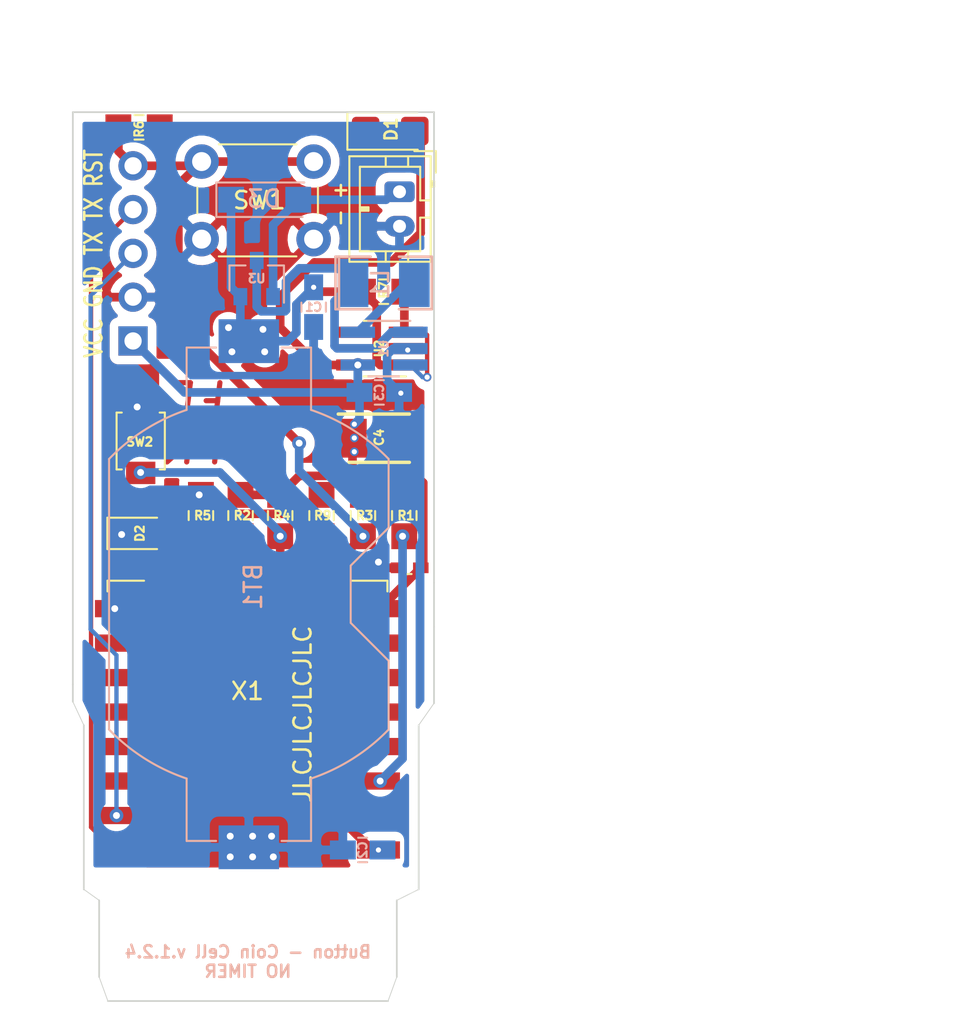
<source format=kicad_pcb>
(kicad_pcb (version 20171130) (host pcbnew "(5.1.9)-1")

  (general
    (thickness 1.6)
    (drawings 27)
    (tracks 159)
    (zones 0)
    (modules 26)
    (nets 18)
  )

  (page A4)
  (layers
    (0 F.Cu signal)
    (31 B.Cu signal)
    (32 B.Adhes user)
    (33 F.Adhes user)
    (34 B.Paste user)
    (35 F.Paste user)
    (36 B.SilkS user)
    (37 F.SilkS user)
    (38 B.Mask user)
    (39 F.Mask user)
    (40 Dwgs.User user)
    (41 Cmts.User user)
    (42 Eco1.User user)
    (43 Eco2.User user)
    (44 Edge.Cuts user)
    (45 Margin user)
    (46 B.CrtYd user hide)
    (47 F.CrtYd user)
    (48 B.Fab user hide)
    (49 F.Fab user)
  )

  (setup
    (last_trace_width 0.5)
    (user_trace_width 0.2)
    (user_trace_width 0.5)
    (trace_clearance 0.1)
    (zone_clearance 0.508)
    (zone_45_only no)
    (trace_min 0.2)
    (via_size 0.8)
    (via_drill 0.4)
    (via_min_size 0.4)
    (via_min_drill 0.3)
    (user_via 0.5 0.3)
    (uvia_size 0.3)
    (uvia_drill 0.1)
    (uvias_allowed no)
    (uvia_min_size 0.2)
    (uvia_min_drill 0.1)
    (edge_width 0.05)
    (segment_width 0.2)
    (pcb_text_width 0.3)
    (pcb_text_size 1.5 1.5)
    (mod_edge_width 0.12)
    (mod_text_size 1 1)
    (mod_text_width 0.15)
    (pad_size 1.524 1.524)
    (pad_drill 0.762)
    (pad_to_mask_clearance 0.051)
    (solder_mask_min_width 0.25)
    (aux_axis_origin 0 0)
    (visible_elements 7FFFFFFF)
    (pcbplotparams
      (layerselection 0x010fc_ffffffff)
      (usegerberextensions false)
      (usegerberattributes false)
      (usegerberadvancedattributes true)
      (creategerberjobfile false)
      (excludeedgelayer true)
      (linewidth 0.150000)
      (plotframeref false)
      (viasonmask false)
      (mode 1)
      (useauxorigin true)
      (hpglpennumber 1)
      (hpglpenspeed 20)
      (hpglpendiameter 15.000000)
      (psnegative false)
      (psa4output false)
      (plotreference true)
      (plotvalue true)
      (plotinvisibletext false)
      (padsonsilk false)
      (subtractmaskfromsilk false)
      (outputformat 1)
      (mirror false)
      (drillshape 0)
      (scaleselection 1)
      (outputdirectory "Gerber/"))
  )

  (net 0 "")
  (net 1 /VCC)
  (net 2 /GND)
  (net 3 /RST)
  (net 4 /RX)
  (net 5 /TX)
  (net 6 /EN)
  (net 7 /GPIO2)
  (net 8 /GPIO0)
  (net 9 "Net-(BT1-Pad1)")
  (net 10 "Net-(L1-Pad2)")
  (net 11 /GPIO15)
  (net 12 "Net-(R7-Pad2)")
  (net 13 "Net-(D2-Pad2)")
  (net 14 /GPIO5)
  (net 15 "Net-(D1-Pad1)")
  (net 16 "Net-(BT2-Pad1)")
  (net 17 "Net-(L1-Pad1)")

  (net_class Default "This is the default net class."
    (clearance 0.1)
    (trace_width 0.25)
    (via_dia 0.8)
    (via_drill 0.4)
    (uvia_dia 0.3)
    (uvia_drill 0.1)
    (add_net /EN)
    (add_net /GND)
    (add_net /GPIO0)
    (add_net /GPIO15)
    (add_net /GPIO2)
    (add_net /GPIO5)
    (add_net /RST)
    (add_net /RX)
    (add_net /TX)
    (add_net /VCC)
    (add_net "Net-(BT1-Pad1)")
    (add_net "Net-(BT2-Pad1)")
    (add_net "Net-(D1-Pad1)")
    (add_net "Net-(D2-Pad2)")
    (add_net "Net-(L1-Pad1)")
    (add_net "Net-(L1-Pad2)")
    (add_net "Net-(R7-Pad2)")
  )

  (module handsolder:D_SOD-123handsoldermod (layer B.Cu) (tedit 603C14C9) (tstamp 60393B20)
    (at 126.746 55.88)
    (descr SOD-123)
    (tags SOD-123)
    (path /60391AED)
    (attr smd)
    (fp_text reference D3 (at -0.1 -0.05) (layer B.SilkS)
      (effects (font (size 1 1) (thickness 0.15)) (justify mirror))
    )
    (fp_text value MBR120VLSFT3G (at 0 -2.1) (layer B.Fab)
      (effects (font (size 1 1) (thickness 0.15)) (justify mirror))
    )
    (fp_text user %R (at -0.1 -0.05) (layer B.Fab)
      (effects (font (size 1 1) (thickness 0.15)) (justify mirror))
    )
    (fp_line (start -2.85 1) (end -2.85 -1) (layer B.SilkS) (width 0.12))
    (fp_line (start 0.25 0) (end 0.75 0) (layer B.Fab) (width 0.1))
    (fp_line (start 0.25 -0.4) (end -0.35 0) (layer B.Fab) (width 0.1))
    (fp_line (start 0.25 0.4) (end 0.25 -0.4) (layer B.Fab) (width 0.1))
    (fp_line (start -0.35 0) (end 0.25 0.4) (layer B.Fab) (width 0.1))
    (fp_line (start -0.35 0) (end -0.35 -0.55) (layer B.Fab) (width 0.1))
    (fp_line (start -0.35 0) (end -0.35 0.55) (layer B.Fab) (width 0.1))
    (fp_line (start -0.75 0) (end -0.35 0) (layer B.Fab) (width 0.1))
    (fp_line (start -1.95 -0.85) (end -1.95 0.85) (layer B.Fab) (width 0.1))
    (fp_line (start 1.8 -0.9) (end -1.95 -0.9) (layer B.Fab) (width 0.1))
    (fp_line (start 1.8 0.85) (end 1.8 -0.9) (layer B.Fab) (width 0.1))
    (fp_line (start -1.95 0.85) (end 1.8 0.85) (layer B.Fab) (width 0.1))
    (fp_line (start -2.95 1.1) (end 2.85 1.1) (layer B.CrtYd) (width 0.05))
    (fp_line (start 2.85 1.1) (end 2.85 -1.15) (layer B.CrtYd) (width 0.05))
    (fp_line (start 2.85 -1.15) (end -2.95 -1.15) (layer B.CrtYd) (width 0.05))
    (fp_line (start -2.95 1.1) (end -2.95 -1.15) (layer B.CrtYd) (width 0.05))
    (fp_line (start -2.85 -1) (end 2.25 -1) (layer B.SilkS) (width 0.12))
    (fp_line (start -2.85 1) (end 2.15 1) (layer B.SilkS) (width 0.12))
    (pad 2 smd rect (at 1.9 0) (size 1.5 1.5) (layers B.Cu B.Paste B.Mask)
      (net 16 "Net-(BT2-Pad1)"))
    (pad 1 smd rect (at -2 0) (size 1.5 1.5) (layers B.Cu B.Paste B.Mask)
      (net 9 "Net-(BT1-Pad1)"))
    (model ${KISYS3DMOD}/Diode_SMD.3dshapes/D_SOD-123.wrl
      (at (xyz 0 0 0))
      (scale (xyz 1 1 1))
      (rotate (xyz 0 0 0))
    )
  )

  (module SamacSys_Parts:CAPPM3528X210N (layer F.Cu) (tedit 60364A5B) (tstamp 60368A9A)
    (at 133.34492 69.71284)
    (descr T495B-10)
    (tags "Capacitor Polarised")
    (path /603640CA)
    (attr smd)
    (fp_text reference C4 (at 0 -0.05 270) (layer F.SilkS)
      (effects (font (size 0.5 0.5) (thickness 0.125)))
    )
    (fp_text value TAJB476M010TNJ (at 0 0 180) (layer F.SilkS) hide
      (effects (font (size 1.27 1.27) (thickness 0.254)))
    )
    (fp_text user %R (at 0 0 180) (layer F.Fab)
      (effects (font (size 1.27 1.27) (thickness 0.254)))
    )
    (fp_line (start -1.75 1.4) (end 1.75 1.4) (layer F.SilkS) (width 0.2))
    (fp_line (start 1.75 -1.4) (end -2.375 -1.4) (layer F.SilkS) (width 0.2))
    (fp_line (start -1.75 -0.575) (end -0.925 -1.4) (layer F.Fab) (width 0.1))
    (fp_line (start -1.75 1.4) (end -1.75 -1.4) (layer F.Fab) (width 0.1))
    (fp_line (start 1.75 1.4) (end -1.75 1.4) (layer F.Fab) (width 0.1))
    (fp_line (start 1.75 -1.4) (end 1.75 1.4) (layer F.Fab) (width 0.1))
    (fp_line (start -1.75 -1.4) (end 1.75 -1.4) (layer F.Fab) (width 0.1))
    (fp_line (start -2.625 1.75) (end -2.625 -1.75) (layer F.CrtYd) (width 0.05))
    (fp_line (start 2.625 1.75) (end -2.625 1.75) (layer F.CrtYd) (width 0.05))
    (fp_line (start 2.625 -1.75) (end 2.625 1.75) (layer F.CrtYd) (width 0.05))
    (fp_line (start -2.625 -1.75) (end 2.625 -1.75) (layer F.CrtYd) (width 0.05))
    (pad 2 smd rect (at 1.55 0) (size 1.65 2.25) (layers F.Cu F.Paste F.Mask)
      (net 2 /GND))
    (pad 1 smd rect (at -1.55 0) (size 1.65 2.25) (layers F.Cu F.Paste F.Mask)
      (net 1 /VCC))
    (model "C:\\Program Files\\KiCad\\SamacSys_Parts.3dshapes\\T495B476K006ATE450.stp"
      (at (xyz 0 0 0))
      (scale (xyz 1 1 1))
      (rotate (xyz 0 0 0))
    )
  )

  (module handsolder:ESP-12Elesssilk (layer F.Cu) (tedit 60343770) (tstamp 603C79D7)
    (at 125.7 90.1 180)
    (descr "Wi-Fi Module, http://wiki.ai-thinker.com/_media/esp8266/docs/aithinker_esp_12f_datasheet_en.pdf")
    (tags "Wi-Fi Module")
    (path /603C5773)
    (attr smd)
    (fp_text reference X1 (at 0 5.715 180) (layer F.SilkS)
      (effects (font (size 1 1) (thickness 0.15)))
    )
    (fp_text value ESP-12E (at -0.06 -12.78 180) (layer F.Fab)
      (effects (font (size 1 1) (thickness 0.15)))
    )
    (fp_text user %R (at 0.49 -0.8 180) (layer F.Fab)
      (effects (font (size 1 1) (thickness 0.15)))
    )
    (fp_text user "KEEP-OUT ZONE" (at 0.03 -9.55) (layer Cmts.User)
      (effects (font (size 1 1) (thickness 0.15)))
    )
    (fp_text user Antenna (at -0.06 -7) (layer Cmts.User)
      (effects (font (size 1 1) (thickness 0.15)))
    )
    (fp_line (start 5.56 -4.8) (end 8.12 -7.36) (layer Dwgs.User) (width 0.12))
    (fp_line (start 2.56 -4.8) (end 8.12 -10.36) (layer Dwgs.User) (width 0.12))
    (fp_line (start -0.44 -4.8) (end 6.88 -12.12) (layer Dwgs.User) (width 0.12))
    (fp_line (start -3.44 -4.8) (end 3.88 -12.12) (layer Dwgs.User) (width 0.12))
    (fp_line (start -6.44 -4.8) (end 0.88 -12.12) (layer Dwgs.User) (width 0.12))
    (fp_line (start -8.12 -6.12) (end -2.12 -12.12) (layer Dwgs.User) (width 0.12))
    (fp_line (start -8.12 -9.12) (end -5.12 -12.12) (layer Dwgs.User) (width 0.12))
    (fp_line (start -8.12 -4.8) (end -8.12 -12.12) (layer Dwgs.User) (width 0.12))
    (fp_line (start 8.12 -4.8) (end -8.12 -4.8) (layer Dwgs.User) (width 0.12))
    (fp_line (start 8.12 -12.12) (end 8.12 -4.8) (layer Dwgs.User) (width 0.12))
    (fp_line (start -8.12 -12.12) (end 8.12 -12.12) (layer Dwgs.User) (width 0.12))
    (fp_line (start -8.12 12.12) (end -8.12 11.5) (layer F.SilkS) (width 0.12))
    (fp_line (start -6 12.12) (end -8.12 12.12) (layer F.SilkS) (width 0.12))
    (fp_line (start 8.12 12.12) (end 6 12.12) (layer F.SilkS) (width 0.12))
    (fp_line (start 8.12 11.5) (end 8.12 12.12) (layer F.SilkS) (width 0.12))
    (fp_line (start -9.05 13.1) (end -9.05 -12.2) (layer F.CrtYd) (width 0.05))
    (fp_line (start 9.05 13.1) (end -9.05 13.1) (layer F.CrtYd) (width 0.05))
    (fp_line (start 9.05 -12.2) (end 9.05 13.1) (layer F.CrtYd) (width 0.05))
    (fp_line (start -9.05 -12.2) (end 9.05 -12.2) (layer F.CrtYd) (width 0.05))
    (fp_line (start -8 -4) (end -8 -12) (layer F.Fab) (width 0.12))
    (fp_line (start -7.5 -3.5) (end -8 -4) (layer F.Fab) (width 0.12))
    (fp_line (start -8 -3) (end -7.5 -3.5) (layer F.Fab) (width 0.12))
    (fp_line (start -8 12) (end -8 -3) (layer F.Fab) (width 0.12))
    (fp_line (start 8 12) (end -8 12) (layer F.Fab) (width 0.12))
    (fp_line (start 8 -12) (end 8 12) (layer F.Fab) (width 0.12))
    (fp_line (start -8 -12) (end 8 -12) (layer F.Fab) (width 0.12))
    (pad 22 smd rect (at 7.6 -3.5 180) (size 2.5 1) (layers F.Cu F.Paste F.Mask)
      (net 5 /TX))
    (pad 21 smd rect (at 7.6 -1.5 180) (size 2.5 1) (layers F.Cu F.Paste F.Mask)
      (net 4 /RX))
    (pad 20 smd rect (at 7.6 0.5 180) (size 2.5 1) (layers F.Cu F.Paste F.Mask)
      (net 14 /GPIO5))
    (pad 19 smd rect (at 7.6 2.5 180) (size 2.5 1) (layers F.Cu F.Paste F.Mask))
    (pad 18 smd rect (at 7.6 4.5 180) (size 2.5 1) (layers F.Cu F.Paste F.Mask)
      (net 8 /GPIO0))
    (pad 17 smd rect (at 7.6 6.5 180) (size 2.5 1) (layers F.Cu F.Paste F.Mask)
      (net 7 /GPIO2))
    (pad 16 smd rect (at 7.6 8.5 180) (size 2.5 1) (layers F.Cu F.Paste F.Mask)
      (net 11 /GPIO15))
    (pad 15 smd rect (at 7.6 10.5 180) (size 2.5 1) (layers F.Cu F.Paste F.Mask)
      (net 2 /GND))
    (pad 14 smd rect (at 5 12 180) (size 1 1.8) (layers F.Cu F.Paste F.Mask))
    (pad 13 smd rect (at 3 12 180) (size 1 1.8) (layers F.Cu F.Paste F.Mask))
    (pad 12 smd rect (at 1 12 180) (size 1 1.8) (layers F.Cu F.Paste F.Mask))
    (pad 11 smd rect (at -1 12 180) (size 1 1.8) (layers F.Cu F.Paste F.Mask))
    (pad 10 smd rect (at -3 12 180) (size 1 1.8) (layers F.Cu F.Paste F.Mask))
    (pad 9 smd rect (at -5 12 180) (size 1 1.8) (layers F.Cu F.Paste F.Mask))
    (pad 8 smd rect (at -7.6 10.5 180) (size 2.5 1) (layers F.Cu F.Paste F.Mask)
      (net 1 /VCC))
    (pad 7 smd rect (at -7.6 8.5 180) (size 2.5 1) (layers F.Cu F.Paste F.Mask))
    (pad 6 smd rect (at -7.6 6.5 180) (size 2.5 1) (layers F.Cu F.Paste F.Mask))
    (pad 5 smd rect (at -7.6 4.5 180) (size 2.5 1) (layers F.Cu F.Paste F.Mask))
    (pad 4 smd rect (at -7.6 2.5 180) (size 2.5 1) (layers F.Cu F.Paste F.Mask))
    (pad 3 smd rect (at -7.6 0.5 180) (size 2.5 1) (layers F.Cu F.Paste F.Mask)
      (net 6 /EN))
    (pad 2 smd rect (at -7.6 -1.5 180) (size 2.5 1) (layers F.Cu F.Paste F.Mask))
    (pad 1 smd rect (at -7.6 -3.5 180) (size 2.5 1) (layers F.Cu F.Paste F.Mask)
      (net 3 /RST))
    (model ${KISYS3DMOD}/RF_Module.3dshapes/ESP-12E.wrl
      (at (xyz 0 0 0))
      (scale (xyz 1 1 1))
      (rotate (xyz 0 0 0))
    )
  )

  (module handsolder:SOT-23 (layer B.Cu) (tedit 6035930F) (tstamp 60393D22)
    (at 126.238 60.452 90)
    (descr "SOT-23, Standard")
    (tags SOT-23)
    (path /60392835)
    (attr smd)
    (fp_text reference U3 (at 0 0 180) (layer B.SilkS)
      (effects (font (size 0.5 0.5) (thickness 0.125)) (justify mirror))
    )
    (fp_text value TSM2323CX (at 0 -2.5 90) (layer B.Fab)
      (effects (font (size 1 1) (thickness 0.15)) (justify mirror))
    )
    (fp_text user %R (at 0 0 180) (layer B.Fab)
      (effects (font (size 0.5 0.5) (thickness 0.075)) (justify mirror))
    )
    (fp_line (start 0.76 -1.58) (end -0.7 -1.58) (layer B.SilkS) (width 0.12))
    (fp_line (start 0.76 1.58) (end -1.4 1.58) (layer B.SilkS) (width 0.12))
    (fp_line (start -1.7 -1.75) (end -1.7 1.75) (layer B.CrtYd) (width 0.05))
    (fp_line (start 1.7 -1.75) (end -1.7 -1.75) (layer B.CrtYd) (width 0.05))
    (fp_line (start 1.7 1.75) (end 1.7 -1.75) (layer B.CrtYd) (width 0.05))
    (fp_line (start -1.7 1.75) (end 1.7 1.75) (layer B.CrtYd) (width 0.05))
    (fp_line (start 0.76 1.58) (end 0.76 0.65) (layer B.SilkS) (width 0.12))
    (fp_line (start 0.76 -1.58) (end 0.76 -0.65) (layer B.SilkS) (width 0.12))
    (fp_line (start -0.7 -1.52) (end 0.7 -1.52) (layer B.Fab) (width 0.1))
    (fp_line (start 0.7 1.52) (end 0.7 -1.52) (layer B.Fab) (width 0.1))
    (fp_line (start -0.7 0.95) (end -0.15 1.52) (layer B.Fab) (width 0.1))
    (fp_line (start -0.15 1.52) (end 0.7 1.52) (layer B.Fab) (width 0.1))
    (fp_line (start -0.7 0.95) (end -0.7 -1.5) (layer B.Fab) (width 0.1))
    (pad 3 smd rect (at 1.05 0 90) (size 1 0.8) (layers B.Cu B.Paste B.Mask)
      (net 17 "Net-(L1-Pad1)"))
    (pad 2 smd rect (at -1.05 -0.95 90) (size 1 0.8) (layers B.Cu B.Paste B.Mask)
      (net 9 "Net-(BT1-Pad1)"))
    (pad 1 smd rect (at -1.05 0.95 90) (size 1 0.8) (layers B.Cu B.Paste B.Mask)
      (net 16 "Net-(BT2-Pad1)"))
    (model ${KISYS3DMOD}/Package_TO_SOT_SMD.3dshapes/SOT-23.wrl
      (at (xyz 0 0 0))
      (scale (xyz 1 1 1))
      (rotate (xyz 0 0 0))
    )
  )

  (module handsolder:LED_1206_3216Metric_Castellated (layer F.Cu) (tedit 603A8330) (tstamp 603267F8)
    (at 133.9824 51.8922)
    (descr "LED SMD 1206 (3216 Metric), castellated end terminal, IPC_7351 nominal, (Body size source: http://www.tortai-tech.com/upload/download/2011102023233369053.pdf), generated with kicad-footprint-generator")
    (tags "LED castellated")
    (path /602D28D1)
    (attr smd)
    (fp_text reference D1 (at 0.05 -0.1 90) (layer F.SilkS)
      (effects (font (size 0.7 0.7) (thickness 0.15)))
    )
    (fp_text value LED (at 0 1.78) (layer F.Fab)
      (effects (font (size 1 1) (thickness 0.15)))
    )
    (fp_text user %R (at 0 0) (layer F.Fab)
      (effects (font (size 0.8 0.8) (thickness 0.12)))
    )
    (fp_line (start 2.48 1.08) (end -2.48 1.08) (layer F.CrtYd) (width 0.05))
    (fp_line (start 2.48 -1.08) (end 2.48 1.08) (layer F.CrtYd) (width 0.05))
    (fp_line (start -2.48 -1.08) (end 2.48 -1.08) (layer F.CrtYd) (width 0.05))
    (fp_line (start -2.48 1.08) (end -2.48 -1.08) (layer F.CrtYd) (width 0.05))
    (fp_line (start -2.485 1.085) (end 1.6 1.085) (layer F.SilkS) (width 0.12))
    (fp_line (start -2.485 -1.085) (end -2.485 1.085) (layer F.SilkS) (width 0.12))
    (fp_line (start 1.6 -1.085) (end -2.485 -1.085) (layer F.SilkS) (width 0.12))
    (fp_line (start 1.6 0.8) (end 1.6 -0.8) (layer F.Fab) (width 0.1))
    (fp_line (start -1.6 0.8) (end 1.6 0.8) (layer F.Fab) (width 0.1))
    (fp_line (start -1.6 -0.4) (end -1.6 0.8) (layer F.Fab) (width 0.1))
    (fp_line (start -1.2 -0.8) (end -1.6 -0.4) (layer F.Fab) (width 0.1))
    (fp_line (start 1.6 -0.8) (end -1.2 -0.8) (layer F.Fab) (width 0.1))
    (pad 2 smd roundrect (at 1.425 0) (size 1.6 1.65) (layers F.Cu F.Paste F.Mask) (roundrect_rratio 0.15625)
      (net 1 /VCC))
    (pad 1 smd roundrect (at -1.425 0) (size 1.6 1.65) (layers F.Cu F.Paste F.Mask) (roundrect_rratio 0.15625)
      (net 15 "Net-(D1-Pad1)"))
    (model ${KISYS3DMOD}/LED_SMD.3dshapes/LED_1206_3216Metric_Castellated.wrl
      (at (xyz 0 0 0))
      (scale (xyz 1 1 1))
      (rotate (xyz 0 0 0))
    )
  )

  (module handsolder:C_0805_2012handsodermod (layer B.Cu) (tedit 603591CC) (tstamp 603267C3)
    (at 129.54 62.11 90)
    (descr "Capacitor SMD 0805 (2012 Metric), square (rectangular) end terminal, IPC_7351 nominal with elongated pad for handsoldering. (Body size source: https://docs.google.com/spreadsheets/d/1BsfQQcO9C6DZCsRaXUlFlo91Tg2WpOkGARC1WS5S8t0/edit?usp=sharing), generated with kicad-footprint-generator")
    (tags "capacitor handsolder")
    (path /602D0C1F)
    (attr smd)
    (fp_text reference C1 (at 0 0 180) (layer B.SilkS)
      (effects (font (size 0.5 0.5) (thickness 0.125)) (justify mirror))
    )
    (fp_text value 10uF (at 0 -1.65 90) (layer B.Fab) hide
      (effects (font (size 1 1) (thickness 0.15)) (justify mirror))
    )
    (fp_line (start 2.05 -0.95) (end -2 -0.95) (layer B.CrtYd) (width 0.05))
    (fp_line (start 2.05 0.95) (end 2.05 -0.95) (layer B.CrtYd) (width 0.05))
    (fp_line (start -2 0.95) (end 2.05 0.95) (layer B.CrtYd) (width 0.05))
    (fp_line (start -2 -0.95) (end -2 0.95) (layer B.CrtYd) (width 0.05))
    (fp_line (start -0.261252 -0.71) (end 0.261252 -0.71) (layer B.SilkS) (width 0.12))
    (fp_line (start -0.261252 0.71) (end 0.261252 0.71) (layer B.SilkS) (width 0.12))
    (fp_line (start 1 -0.6) (end -1 -0.6) (layer B.Fab) (width 0.1))
    (fp_line (start 1 0.6) (end 1 -0.6) (layer B.Fab) (width 0.1))
    (fp_line (start -1 0.6) (end 1 0.6) (layer B.Fab) (width 0.1))
    (fp_line (start -1 -0.6) (end -1 0.6) (layer B.Fab) (width 0.1))
    (fp_text user %R (at 0 0 90) (layer B.Fab)
      (effects (font (size 0.5 0.5) (thickness 0.08)) (justify mirror))
    )
    (pad 2 smd rect (at 1.15 0 90) (size 1.5 1.1) (layers B.Cu B.Paste B.Mask)
      (net 9 "Net-(BT1-Pad1)"))
    (pad 1 smd rect (at -1.15 0 90) (size 1.5 1.1) (layers B.Cu B.Paste B.Mask)
      (net 2 /GND))
    (model ${KISYS3DMOD}/Capacitor_SMD.3dshapes/C_0805_2012Metric.wrl
      (at (xyz 0 0 0))
      (scale (xyz 1 1 1))
      (rotate (xyz 0 0 0))
    )
  )

  (module handsolder:LED_0805_2012Metric_Castellated_mod (layer F.Cu) (tedit 60359125) (tstamp 6032680B)
    (at 119.4562 75.2348)
    (descr "LED SMD 0805 (2012 Metric), castellated end terminal, IPC_7351 nominal, (Body size source: https://docs.google.com/spreadsheets/d/1BsfQQcO9C6DZCsRaXUlFlo91Tg2WpOkGARC1WS5S8t0/edit?usp=sharing), generated with kicad-footprint-generator")
    (tags "LED castellated")
    (path /6032747F)
    (attr smd)
    (fp_text reference D2 (at 0 0 90) (layer F.SilkS)
      (effects (font (size 0.5 0.5) (thickness 0.125)))
    )
    (fp_text value LED (at 0 1.6 -180) (layer F.Fab)
      (effects (font (size 1 1) (thickness 0.15)))
    )
    (fp_line (start 1 -0.6) (end -0.7 -0.6) (layer F.Fab) (width 0.1))
    (fp_line (start -0.7 -0.6) (end -1 -0.3) (layer F.Fab) (width 0.1))
    (fp_line (start -1 -0.3) (end -1 0.6) (layer F.Fab) (width 0.1))
    (fp_line (start -1 0.6) (end 1 0.6) (layer F.Fab) (width 0.1))
    (fp_line (start 1 0.6) (end 1 -0.6) (layer F.Fab) (width 0.1))
    (fp_line (start 1 -0.91) (end -1.885 -0.91) (layer F.SilkS) (width 0.12))
    (fp_line (start -1.885 -0.91) (end -1.885 0.91) (layer F.SilkS) (width 0.12))
    (fp_line (start -1.885 0.91) (end 1 0.91) (layer F.SilkS) (width 0.12))
    (fp_line (start -1.88 0.9) (end -1.88 -0.9) (layer F.CrtYd) (width 0.05))
    (fp_line (start -1.88 -0.9) (end 1.88 -0.9) (layer F.CrtYd) (width 0.05))
    (fp_line (start 1.88 -0.9) (end 1.88 0.9) (layer F.CrtYd) (width 0.05))
    (fp_line (start 1.88 0.9) (end -1.88 0.9) (layer F.CrtYd) (width 0.05))
    (fp_text user %R (at 0 0 -180) (layer F.Fab)
      (effects (font (size 0.5 0.5) (thickness 0.08)))
    )
    (pad 2 smd roundrect (at 0.9625 0) (size 1.325 1.3) (layers F.Cu F.Paste F.Mask) (roundrect_rratio 0.1923076923076923)
      (net 13 "Net-(D2-Pad2)"))
    (pad 1 smd roundrect (at -0.9625 0) (size 1.325 1.3) (layers F.Cu F.Paste F.Mask) (roundrect_rratio 0.1923076923076923)
      (net 2 /GND))
    (model ${KISYS3DMOD}/LED_SMD.3dshapes/LED_0805_2012Metric_Castellated.wrl
      (at (xyz 0 0 0))
      (scale (xyz 1 1 1))
      (rotate (xyz 0 0 0))
    )
  )

  (module handsolder:SMD-1210_Pol_inductor (layer B.Cu) (tedit 6037CDBB) (tstamp 60326859)
    (at 133.604 60.706)
    (tags "CMS SM")
    (path /602E234D)
    (attr smd)
    (fp_text reference L1 (at -0.19812 0.0762 90) (layer B.SilkS)
      (effects (font (size 1 1) (thickness 0.15)) (justify mirror))
    )
    (fp_text value "4.7 uH" (at 0 -0.762 180) (layer B.Fab)
      (effects (font (size 1 1) (thickness 0.15)) (justify mirror))
    )
    (fp_line (start -2.794 -1.524) (end -0.762 -1.524) (layer B.SilkS) (width 0.15))
    (fp_line (start -2.594 1.524) (end -2.594 -1.524) (layer B.SilkS) (width 0.15))
    (fp_line (start -0.762 1.524) (end -2.794 1.524) (layer B.SilkS) (width 0.15))
    (fp_line (start 2.794 1.524) (end 0.889 1.524) (layer B.SilkS) (width 0.15))
    (fp_line (start 2.794 -1.524) (end 2.794 1.524) (layer B.SilkS) (width 0.15))
    (fp_line (start 0.889 -1.524) (end 2.794 -1.524) (layer B.SilkS) (width 0.15))
    (fp_line (start -2.794 1.524) (end -2.794 -1.524) (layer B.SilkS) (width 0.15))
    (pad 1 smd rect (at -1.778 0) (size 1.778 2.794) (layers B.Cu B.Paste B.Mask)
      (net 17 "Net-(L1-Pad1)") (zone_connect 2))
    (pad 2 smd rect (at 1.778 0) (size 1.778 2.794) (layers B.Cu B.Paste B.Mask)
      (net 10 "Net-(L1-Pad2)"))
    (model SMD_Packages.3dshapes/SMD-1210_Pol.wrl
      (at (xyz 0 0 0))
      (scale (xyz 0.2 0.2 0.2))
      (rotate (xyz 0 0 0))
    )
    (model ${KISYS3DMOD}/Inductor_SMD.3dshapes/L_1206_3216Metric.step
      (at (xyz 0 0 0))
      (scale (xyz 1 1 1))
      (rotate (xyz 0 0 0))
    )
    (model ${KISYS3DMOD}/Inductor_SMD.3dshapes/L_1210_3225Metric.step
      (at (xyz 0 0 0))
      (scale (xyz 1 1 1))
      (rotate (xyz 0 0 0))
    )
  )

  (module handsolder:C_0402_1005Metric_Pad0.74x0.62mm_HandSoldermod (layer F.Cu) (tedit 6036714F) (tstamp 6036CEF3)
    (at 135.10768 77.23124 180)
    (descr "Capacitor SMD 0402 (1005 Metric), square (rectangular) end terminal, IPC_7351 nominal with elongated pad for handsoldering. (Body size source: IPC-SM-782 page 76, https://www.pcb-3d.com/wordpress/wp-content/uploads/ipc-sm-782a_amendment_1_and_2.pdf), generated with kicad-footprint-generator")
    (tags "capacitor handsolder")
    (path /60368135)
    (attr smd)
    (fp_text reference C5 (at 0 0) (layer F.SilkS) hide
      (effects (font (size 0.5 0.5) (thickness 0.125)))
    )
    (fp_text value 100nF (at 0 1.16) (layer F.Fab)
      (effects (font (size 1 1) (thickness 0.15)))
    )
    (fp_line (start 1.08 0.46) (end -1.08 0.46) (layer F.CrtYd) (width 0.05))
    (fp_line (start 1.08 -0.46) (end 1.08 0.46) (layer F.CrtYd) (width 0.05))
    (fp_line (start -1.08 -0.46) (end 1.08 -0.46) (layer F.CrtYd) (width 0.05))
    (fp_line (start -1.08 0.46) (end -1.08 -0.46) (layer F.CrtYd) (width 0.05))
    (fp_line (start -0.115835 -0.36) (end 0.115835 -0.36) (layer F.SilkS) (width 0.12))
    (fp_line (start 0.5 0.25) (end -0.5 0.25) (layer F.Fab) (width 0.1))
    (fp_line (start 0.5 -0.25) (end 0.5 0.25) (layer F.Fab) (width 0.1))
    (fp_line (start -0.5 -0.25) (end 0.5 -0.25) (layer F.Fab) (width 0.1))
    (fp_line (start -0.5 0.25) (end -0.5 -0.25) (layer F.Fab) (width 0.1))
    (fp_text user %R (at 0 0) (layer F.Fab)
      (effects (font (size 0.25 0.25) (thickness 0.04)))
    )
    (pad 2 smd rect (at 0.65 0 180) (size 0.9 0.62) (layers F.Cu F.Paste F.Mask)
      (net 2 /GND))
    (pad 1 smd rect (at -0.65 0 180) (size 0.9 0.62) (layers F.Cu F.Paste F.Mask)
      (net 1 /VCC))
    (model ${KISYS3DMOD}/Capacitor_SMD.3dshapes/C_0402_1005Metric.wrl
      (at (xyz 0 0 0))
      (scale (xyz 1 1 1))
      (rotate (xyz 0 0 0))
    )
  )

  (module handsolder:C_0805_2012handsodermod (layer B.Cu) (tedit 603591CC) (tstamp 603267E5)
    (at 133.35 67.056)
    (descr "Capacitor SMD 0805 (2012 Metric), square (rectangular) end terminal, IPC_7351 nominal with elongated pad for handsoldering. (Body size source: https://docs.google.com/spreadsheets/d/1BsfQQcO9C6DZCsRaXUlFlo91Tg2WpOkGARC1WS5S8t0/edit?usp=sharing), generated with kicad-footprint-generator")
    (tags "capacitor handsolder")
    (path /602E3D4A)
    (attr smd)
    (fp_text reference C3 (at 0 0 270) (layer B.SilkS)
      (effects (font (size 0.5 0.5) (thickness 0.125)) (justify mirror))
    )
    (fp_text value 10uF (at 0 -1.65) (layer B.Fab) hide
      (effects (font (size 1 1) (thickness 0.15)) (justify mirror))
    )
    (fp_line (start 2.05 -0.95) (end -2 -0.95) (layer B.CrtYd) (width 0.05))
    (fp_line (start 2.05 0.95) (end 2.05 -0.95) (layer B.CrtYd) (width 0.05))
    (fp_line (start -2 0.95) (end 2.05 0.95) (layer B.CrtYd) (width 0.05))
    (fp_line (start -2 -0.95) (end -2 0.95) (layer B.CrtYd) (width 0.05))
    (fp_line (start -0.261252 -0.71) (end 0.261252 -0.71) (layer B.SilkS) (width 0.12))
    (fp_line (start -0.261252 0.71) (end 0.261252 0.71) (layer B.SilkS) (width 0.12))
    (fp_line (start 1 -0.6) (end -1 -0.6) (layer B.Fab) (width 0.1))
    (fp_line (start 1 0.6) (end 1 -0.6) (layer B.Fab) (width 0.1))
    (fp_line (start -1 0.6) (end 1 0.6) (layer B.Fab) (width 0.1))
    (fp_line (start -1 -0.6) (end -1 0.6) (layer B.Fab) (width 0.1))
    (fp_text user %R (at 0 0) (layer B.Fab)
      (effects (font (size 0.5 0.5) (thickness 0.08)) (justify mirror))
    )
    (pad 2 smd rect (at 1.15 0) (size 1.5 1.1) (layers B.Cu B.Paste B.Mask)
      (net 2 /GND))
    (pad 1 smd rect (at -1.15 0) (size 1.5 1.1) (layers B.Cu B.Paste B.Mask)
      (net 1 /VCC))
    (model ${KISYS3DMOD}/Capacitor_SMD.3dshapes/C_0805_2012Metric.wrl
      (at (xyz 0 0 0))
      (scale (xyz 1 1 1))
      (rotate (xyz 0 0 0))
    )
  )

  (module handsolder:C_0805_2012handsodermod (layer B.Cu) (tedit 603591CC) (tstamp 603267D4)
    (at 132.3848 93.599)
    (descr "Capacitor SMD 0805 (2012 Metric), square (rectangular) end terminal, IPC_7351 nominal with elongated pad for handsoldering. (Body size source: https://docs.google.com/spreadsheets/d/1BsfQQcO9C6DZCsRaXUlFlo91Tg2WpOkGARC1WS5S8t0/edit?usp=sharing), generated with kicad-footprint-generator")
    (tags "capacitor handsolder")
    (path /602C896A)
    (attr smd)
    (fp_text reference C2 (at 0 0 -90) (layer B.SilkS)
      (effects (font (size 0.5 0.5) (thickness 0.125)) (justify mirror))
    )
    (fp_text value 100nF (at 0 -1.65) (layer B.Fab) hide
      (effects (font (size 1 1) (thickness 0.15)) (justify mirror))
    )
    (fp_line (start 2.05 -0.95) (end -2 -0.95) (layer B.CrtYd) (width 0.05))
    (fp_line (start 2.05 0.95) (end 2.05 -0.95) (layer B.CrtYd) (width 0.05))
    (fp_line (start -2 0.95) (end 2.05 0.95) (layer B.CrtYd) (width 0.05))
    (fp_line (start -2 -0.95) (end -2 0.95) (layer B.CrtYd) (width 0.05))
    (fp_line (start -0.261252 -0.71) (end 0.261252 -0.71) (layer B.SilkS) (width 0.12))
    (fp_line (start -0.261252 0.71) (end 0.261252 0.71) (layer B.SilkS) (width 0.12))
    (fp_line (start 1 -0.6) (end -1 -0.6) (layer B.Fab) (width 0.1))
    (fp_line (start 1 0.6) (end 1 -0.6) (layer B.Fab) (width 0.1))
    (fp_line (start -1 0.6) (end 1 0.6) (layer B.Fab) (width 0.1))
    (fp_line (start -1 -0.6) (end -1 0.6) (layer B.Fab) (width 0.1))
    (fp_text user %R (at 0 0) (layer B.Fab)
      (effects (font (size 0.5 0.5) (thickness 0.08)) (justify mirror))
    )
    (pad 2 smd rect (at 1.15 0) (size 1.5 1.1) (layers B.Cu B.Paste B.Mask)
      (net 3 /RST))
    (pad 1 smd rect (at -1.15 0) (size 1.5 1.1) (layers B.Cu B.Paste B.Mask)
      (net 2 /GND))
    (model ${KISYS3DMOD}/Capacitor_SMD.3dshapes/C_0805_2012Metric.wrl
      (at (xyz 0 0 0))
      (scale (xyz 1 1 1))
      (rotate (xyz 0 0 0))
    )
  )

  (module handsolder:SOT-23-5_HandSolderingmod (layer B.Cu) (tedit 6035922E) (tstamp 60329F06)
    (at 133.604 64.516 180)
    (descr "5-pin SOT23 package")
    (tags "SOT-23-5 hand-soldering")
    (path /6033543B)
    (attr smd)
    (fp_text reference U1 (at 0 0 90) (layer B.SilkS)
      (effects (font (size 0.5 0.5) (thickness 0.125)) (justify mirror))
    )
    (fp_text value TPS61097A (at 10.287 -1.143) (layer B.SilkS) hide
      (effects (font (size 1 1) (thickness 0.15)) (justify mirror))
    )
    (fp_line (start 2.38 -1.8) (end -2.38 -1.8) (layer B.CrtYd) (width 0.05))
    (fp_line (start 2.38 -1.8) (end 2.38 1.8) (layer B.CrtYd) (width 0.05))
    (fp_line (start -2.38 1.8) (end -2.38 -1.8) (layer B.CrtYd) (width 0.05))
    (fp_line (start -2.38 1.8) (end 2.38 1.8) (layer B.CrtYd) (width 0.05))
    (fp_line (start 0.9 1.55) (end 0.9 -1.55) (layer B.Fab) (width 0.1))
    (fp_line (start 0.9 -1.55) (end -0.9 -1.55) (layer B.Fab) (width 0.1))
    (fp_line (start -0.9 0.9) (end -0.9 -1.55) (layer B.Fab) (width 0.1))
    (fp_line (start 0.9 1.55) (end -0.25 1.55) (layer B.Fab) (width 0.1))
    (fp_line (start -0.9 0.9) (end -0.25 1.55) (layer B.Fab) (width 0.1))
    (fp_line (start 0.9 1.61) (end -1.55 1.61) (layer B.SilkS) (width 0.12))
    (fp_line (start -0.9 -1.61) (end 0.9 -1.61) (layer B.SilkS) (width 0.12))
    (fp_text user %R (at 0 0 90) (layer B.Fab)
      (effects (font (size 0.5 0.5) (thickness 0.075)) (justify mirror))
    )
    (pad 5 smd rect (at 1.5 0.95 180) (size 2 0.65) (layers B.Cu B.Paste B.Mask)
      (net 10 "Net-(L1-Pad2)"))
    (pad 4 smd rect (at 1.5 -0.95 180) (size 2 0.65) (layers B.Cu B.Paste B.Mask)
      (net 1 /VCC))
    (pad 3 smd rect (at -1.55 -0.95 180) (size 2 0.65) (layers B.Cu B.Paste B.Mask)
      (net 12 "Net-(R7-Pad2)"))
    (pad 2 smd trapezoid (at -1.55 0 180) (size 2 0.65) (layers B.Cu B.Paste B.Mask)
      (net 2 /GND))
    (pad 1 smd rect (at -1.55 0.95 180) (size 2 0.65) (layers B.Cu B.Paste B.Mask)
      (net 17 "Net-(L1-Pad1)"))
    (model ${KISYS3DMOD}/Package_TO_SOT_SMD.3dshapes/SOT-23-5.wrl
      (at (xyz 0 0 0))
      (scale (xyz 1 1 1))
      (rotate (xyz 0 0 0))
    )
  )

  (module handsolder:SOT-23-5_HandSolderingmod (layer F.Cu) (tedit 6035922E) (tstamp 60326955)
    (at 133.35 64.516 180)
    (descr "5-pin SOT23 package")
    (tags "SOT-23-5 hand-soldering")
    (path /602F5FBE)
    (attr smd)
    (fp_text reference U2 (at 0 0 270) (layer F.SilkS)
      (effects (font (size 0.5 0.5) (thickness 0.125)))
    )
    (fp_text value AP2112K-3.3 (at 10.287 1.143 180) (layer F.SilkS) hide
      (effects (font (size 1 1) (thickness 0.15)))
    )
    (fp_line (start 2.38 1.8) (end -2.38 1.8) (layer F.CrtYd) (width 0.05))
    (fp_line (start 2.38 1.8) (end 2.38 -1.8) (layer F.CrtYd) (width 0.05))
    (fp_line (start -2.38 -1.8) (end -2.38 1.8) (layer F.CrtYd) (width 0.05))
    (fp_line (start -2.38 -1.8) (end 2.38 -1.8) (layer F.CrtYd) (width 0.05))
    (fp_line (start 0.9 -1.55) (end 0.9 1.55) (layer F.Fab) (width 0.1))
    (fp_line (start 0.9 1.55) (end -0.9 1.55) (layer F.Fab) (width 0.1))
    (fp_line (start -0.9 -0.9) (end -0.9 1.55) (layer F.Fab) (width 0.1))
    (fp_line (start 0.9 -1.55) (end -0.25 -1.55) (layer F.Fab) (width 0.1))
    (fp_line (start -0.9 -0.9) (end -0.25 -1.55) (layer F.Fab) (width 0.1))
    (fp_line (start 0.9 -1.61) (end -1.55 -1.61) (layer F.SilkS) (width 0.12))
    (fp_line (start -0.9 1.61) (end 0.9 1.61) (layer F.SilkS) (width 0.12))
    (fp_text user %R (at 0 0 90) (layer F.Fab)
      (effects (font (size 0.5 0.5) (thickness 0.075)))
    )
    (pad 5 smd rect (at 1.5 -0.95 180) (size 2 0.65) (layers F.Cu F.Paste F.Mask)
      (net 1 /VCC))
    (pad 4 smd rect (at 1.5 0.95 180) (size 2 0.65) (layers F.Cu F.Paste F.Mask))
    (pad 3 smd rect (at -1.55 0.95 180) (size 2 0.65) (layers F.Cu F.Paste F.Mask)
      (net 12 "Net-(R7-Pad2)"))
    (pad 2 smd trapezoid (at -1.55 0 180) (size 2 0.65) (layers F.Cu F.Paste F.Mask)
      (net 2 /GND))
    (pad 1 smd rect (at -1.55 -0.95 180) (size 2 0.65) (layers F.Cu F.Paste F.Mask)
      (net 9 "Net-(BT1-Pad1)"))
    (model ${KISYS3DMOD}/Package_TO_SOT_SMD.3dshapes/SOT-23-5.wrl
      (at (xyz 0 0 0))
      (scale (xyz 1 1 1))
      (rotate (xyz 0 0 0))
    )
  )

  (module handsolder:R_0805_2012handsoldermod (layer F.Cu) (tedit 60358F22) (tstamp 603268F2)
    (at 130 74.2 270)
    (descr "Resistor SMD 0805 (2012 Metric), square (rectangular) end terminal, IPC_7351 nominal with elongated pad for handsoldering. (Body size source: https://docs.google.com/spreadsheets/d/1BsfQQcO9C6DZCsRaXUlFlo91Tg2WpOkGARC1WS5S8t0/edit?usp=sharing), generated with kicad-footprint-generator")
    (tags "resistor handsolder")
    (path /60325E7B)
    (attr smd)
    (fp_text reference R9 (at 0 -0.0624) (layer F.SilkS)
      (effects (font (size 0.5 0.5) (thickness 0.125)))
    )
    (fp_text value 1k (at 0 1.65 90) (layer F.Fab) hide
      (effects (font (size 1 1) (thickness 0.15)))
    )
    (fp_line (start 2.05 0.95) (end -2.05 0.95) (layer F.CrtYd) (width 0.05))
    (fp_line (start 2.05 -0.95) (end 2.05 0.95) (layer F.CrtYd) (width 0.05))
    (fp_line (start -2.05 -0.95) (end 2.05 -0.95) (layer F.CrtYd) (width 0.05))
    (fp_line (start -2.05 0.95) (end -2.05 -0.95) (layer F.CrtYd) (width 0.05))
    (fp_line (start -0.261252 0.71) (end 0.261252 0.71) (layer F.SilkS) (width 0.12))
    (fp_line (start -0.261252 -0.71) (end 0.261252 -0.71) (layer F.SilkS) (width 0.12))
    (fp_line (start 1 0.6) (end -1 0.6) (layer F.Fab) (width 0.1))
    (fp_line (start 1 -0.6) (end 1 0.6) (layer F.Fab) (width 0.1))
    (fp_line (start -1 -0.6) (end 1 -0.6) (layer F.Fab) (width 0.1))
    (fp_line (start -1 0.6) (end -1 -0.6) (layer F.Fab) (width 0.1))
    (fp_text user %R (at 0 0 90) (layer F.Fab)
      (effects (font (size 0.5 0.5) (thickness 0.08)))
    )
    (pad 2 smd rect (at 1.2 0 270) (size 1.5 1.5) (layers F.Cu F.Paste F.Mask)
      (net 14 /GPIO5))
    (pad 1 smd rect (at -1.2 0 270) (size 1.5 1.5) (layers F.Cu F.Paste F.Mask)
      (net 13 "Net-(D2-Pad2)"))
    (model ${KISYS3DMOD}/Resistor_SMD.3dshapes/R_0805_2012Metric.wrl
      (at (xyz 0 0 0))
      (scale (xyz 1 1 1))
      (rotate (xyz 0 0 0))
    )
  )

  (module handsolder:R_0805_2012handsoldermod (layer F.Cu) (tedit 60358F22) (tstamp 603268D0)
    (at 133.604 61.214)
    (descr "Resistor SMD 0805 (2012 Metric), square (rectangular) end terminal, IPC_7351 nominal with elongated pad for handsoldering. (Body size source: https://docs.google.com/spreadsheets/d/1BsfQQcO9C6DZCsRaXUlFlo91Tg2WpOkGARC1WS5S8t0/edit?usp=sharing), generated with kicad-footprint-generator")
    (tags "resistor handsolder")
    (path /602F7A06)
    (attr smd)
    (fp_text reference R7 (at 0 -0.1 90) (layer F.SilkS)
      (effects (font (size 0.5 0.5) (thickness 0.125)))
    )
    (fp_text value 10k (at 0 1.65) (layer F.Fab) hide
      (effects (font (size 1 1) (thickness 0.15)))
    )
    (fp_line (start 2.05 0.95) (end -2.05 0.95) (layer F.CrtYd) (width 0.05))
    (fp_line (start 2.05 -0.95) (end 2.05 0.95) (layer F.CrtYd) (width 0.05))
    (fp_line (start -2.05 -0.95) (end 2.05 -0.95) (layer F.CrtYd) (width 0.05))
    (fp_line (start -2.05 0.95) (end -2.05 -0.95) (layer F.CrtYd) (width 0.05))
    (fp_line (start -0.261252 0.71) (end 0.261252 0.71) (layer F.SilkS) (width 0.12))
    (fp_line (start -0.261252 -0.71) (end 0.261252 -0.71) (layer F.SilkS) (width 0.12))
    (fp_line (start 1 0.6) (end -1 0.6) (layer F.Fab) (width 0.1))
    (fp_line (start 1 -0.6) (end 1 0.6) (layer F.Fab) (width 0.1))
    (fp_line (start -1 -0.6) (end 1 -0.6) (layer F.Fab) (width 0.1))
    (fp_line (start -1 0.6) (end -1 -0.6) (layer F.Fab) (width 0.1))
    (fp_text user %R (at 0 0) (layer F.Fab)
      (effects (font (size 0.5 0.5) (thickness 0.08)))
    )
    (pad 2 smd rect (at 1.2 0) (size 1.5 1.5) (layers F.Cu F.Paste F.Mask)
      (net 12 "Net-(R7-Pad2)"))
    (pad 1 smd rect (at -1.2 0) (size 1.5 1.5) (layers F.Cu F.Paste F.Mask)
      (net 9 "Net-(BT1-Pad1)"))
    (model ${KISYS3DMOD}/Resistor_SMD.3dshapes/R_0805_2012Metric.wrl
      (at (xyz 0 0 0))
      (scale (xyz 1 1 1))
      (rotate (xyz 0 0 0))
    )
  )

  (module handsolder:R_0805_2012handsoldermod (layer F.Cu) (tedit 60358F22) (tstamp 603268BF)
    (at 119.41048 51.67884 180)
    (descr "Resistor SMD 0805 (2012 Metric), square (rectangular) end terminal, IPC_7351 nominal with elongated pad for handsoldering. (Body size source: https://docs.google.com/spreadsheets/d/1BsfQQcO9C6DZCsRaXUlFlo91Tg2WpOkGARC1WS5S8t0/edit?usp=sharing), generated with kicad-footprint-generator")
    (tags "resistor handsolder")
    (path /602D454A)
    (attr smd)
    (fp_text reference R6 (at 0 -0.1 90) (layer F.SilkS)
      (effects (font (size 0.5 0.5) (thickness 0.125)))
    )
    (fp_text value 1k (at 0 1.65) (layer F.Fab) hide
      (effects (font (size 1 1) (thickness 0.15)))
    )
    (fp_line (start 2.05 0.95) (end -2.05 0.95) (layer F.CrtYd) (width 0.05))
    (fp_line (start 2.05 -0.95) (end 2.05 0.95) (layer F.CrtYd) (width 0.05))
    (fp_line (start -2.05 -0.95) (end 2.05 -0.95) (layer F.CrtYd) (width 0.05))
    (fp_line (start -2.05 0.95) (end -2.05 -0.95) (layer F.CrtYd) (width 0.05))
    (fp_line (start -0.261252 0.71) (end 0.261252 0.71) (layer F.SilkS) (width 0.12))
    (fp_line (start -0.261252 -0.71) (end 0.261252 -0.71) (layer F.SilkS) (width 0.12))
    (fp_line (start 1 0.6) (end -1 0.6) (layer F.Fab) (width 0.1))
    (fp_line (start 1 -0.6) (end 1 0.6) (layer F.Fab) (width 0.1))
    (fp_line (start -1 -0.6) (end 1 -0.6) (layer F.Fab) (width 0.1))
    (fp_line (start -1 0.6) (end -1 -0.6) (layer F.Fab) (width 0.1))
    (fp_text user %R (at 0 0) (layer F.Fab)
      (effects (font (size 0.5 0.5) (thickness 0.08)))
    )
    (pad 2 smd rect (at 1.2 0 180) (size 1.5 1.5) (layers F.Cu F.Paste F.Mask)
      (net 3 /RST))
    (pad 1 smd rect (at -1.2 0 180) (size 1.5 1.5) (layers F.Cu F.Paste F.Mask)
      (net 15 "Net-(D1-Pad1)"))
    (model ${KISYS3DMOD}/Resistor_SMD.3dshapes/R_0805_2012Metric.wrl
      (at (xyz 0 0 0))
      (scale (xyz 1 1 1))
      (rotate (xyz 0 0 0))
    )
  )

  (module handsolder:R_0805_2012handsoldermod (layer F.Cu) (tedit 60358F22) (tstamp 603268AE)
    (at 123 74.2 270)
    (descr "Resistor SMD 0805 (2012 Metric), square (rectangular) end terminal, IPC_7351 nominal with elongated pad for handsoldering. (Body size source: https://docs.google.com/spreadsheets/d/1BsfQQcO9C6DZCsRaXUlFlo91Tg2WpOkGARC1WS5S8t0/edit?usp=sharing), generated with kicad-footprint-generator")
    (tags "resistor handsolder")
    (path /602CA91E)
    (attr smd)
    (fp_text reference R5 (at 0 -0.1) (layer F.SilkS)
      (effects (font (size 0.5 0.5) (thickness 0.125)))
    )
    (fp_text value 4.7k (at 0 1.65 90) (layer F.Fab) hide
      (effects (font (size 1 1) (thickness 0.15)))
    )
    (fp_line (start 2.05 0.95) (end -2.05 0.95) (layer F.CrtYd) (width 0.05))
    (fp_line (start 2.05 -0.95) (end 2.05 0.95) (layer F.CrtYd) (width 0.05))
    (fp_line (start -2.05 -0.95) (end 2.05 -0.95) (layer F.CrtYd) (width 0.05))
    (fp_line (start -2.05 0.95) (end -2.05 -0.95) (layer F.CrtYd) (width 0.05))
    (fp_line (start -0.261252 0.71) (end 0.261252 0.71) (layer F.SilkS) (width 0.12))
    (fp_line (start -0.261252 -0.71) (end 0.261252 -0.71) (layer F.SilkS) (width 0.12))
    (fp_line (start 1 0.6) (end -1 0.6) (layer F.Fab) (width 0.1))
    (fp_line (start 1 -0.6) (end 1 0.6) (layer F.Fab) (width 0.1))
    (fp_line (start -1 -0.6) (end 1 -0.6) (layer F.Fab) (width 0.1))
    (fp_line (start -1 0.6) (end -1 -0.6) (layer F.Fab) (width 0.1))
    (fp_text user %R (at 0 0 90) (layer F.Fab)
      (effects (font (size 0.5 0.5) (thickness 0.08)))
    )
    (pad 2 smd rect (at 1.2 0 270) (size 1.5 1.5) (layers F.Cu F.Paste F.Mask)
      (net 11 /GPIO15))
    (pad 1 smd rect (at -1.2 0 270) (size 1.5 1.5) (layers F.Cu F.Paste F.Mask)
      (net 2 /GND))
    (model ${KISYS3DMOD}/Resistor_SMD.3dshapes/R_0805_2012Metric.wrl
      (at (xyz 0 0 0))
      (scale (xyz 1 1 1))
      (rotate (xyz 0 0 0))
    )
  )

  (module handsolder:R_0805_2012handsoldermod (layer F.Cu) (tedit 60358F22) (tstamp 6032689D)
    (at 127.6 74.2 270)
    (descr "Resistor SMD 0805 (2012 Metric), square (rectangular) end terminal, IPC_7351 nominal with elongated pad for handsoldering. (Body size source: https://docs.google.com/spreadsheets/d/1BsfQQcO9C6DZCsRaXUlFlo91Tg2WpOkGARC1WS5S8t0/edit?usp=sharing), generated with kicad-footprint-generator")
    (tags "resistor handsolder")
    (path /602CA541)
    (attr smd)
    (fp_text reference R4 (at 0 -0.1) (layer F.SilkS)
      (effects (font (size 0.5 0.5) (thickness 0.125)))
    )
    (fp_text value 10k (at 0 1.65 90) (layer F.Fab) hide
      (effects (font (size 1 1) (thickness 0.15)))
    )
    (fp_line (start 2.05 0.95) (end -2.05 0.95) (layer F.CrtYd) (width 0.05))
    (fp_line (start 2.05 -0.95) (end 2.05 0.95) (layer F.CrtYd) (width 0.05))
    (fp_line (start -2.05 -0.95) (end 2.05 -0.95) (layer F.CrtYd) (width 0.05))
    (fp_line (start -2.05 0.95) (end -2.05 -0.95) (layer F.CrtYd) (width 0.05))
    (fp_line (start -0.261252 0.71) (end 0.261252 0.71) (layer F.SilkS) (width 0.12))
    (fp_line (start -0.261252 -0.71) (end 0.261252 -0.71) (layer F.SilkS) (width 0.12))
    (fp_line (start 1 0.6) (end -1 0.6) (layer F.Fab) (width 0.1))
    (fp_line (start 1 -0.6) (end 1 0.6) (layer F.Fab) (width 0.1))
    (fp_line (start -1 -0.6) (end 1 -0.6) (layer F.Fab) (width 0.1))
    (fp_line (start -1 0.6) (end -1 -0.6) (layer F.Fab) (width 0.1))
    (fp_text user %R (at 0 0 90) (layer F.Fab)
      (effects (font (size 0.5 0.5) (thickness 0.08)))
    )
    (pad 2 smd rect (at 1.2 0 270) (size 1.5 1.5) (layers F.Cu F.Paste F.Mask)
      (net 8 /GPIO0))
    (pad 1 smd rect (at -1.2 0 270) (size 1.5 1.5) (layers F.Cu F.Paste F.Mask)
      (net 1 /VCC))
    (model ${KISYS3DMOD}/Resistor_SMD.3dshapes/R_0805_2012Metric.wrl
      (at (xyz 0 0 0))
      (scale (xyz 1 1 1))
      (rotate (xyz 0 0 0))
    )
  )

  (module handsolder:R_0805_2012handsoldermod (layer F.Cu) (tedit 60358F22) (tstamp 6032688C)
    (at 132.4 74.2 270)
    (descr "Resistor SMD 0805 (2012 Metric), square (rectangular) end terminal, IPC_7351 nominal with elongated pad for handsoldering. (Body size source: https://docs.google.com/spreadsheets/d/1BsfQQcO9C6DZCsRaXUlFlo91Tg2WpOkGARC1WS5S8t0/edit?usp=sharing), generated with kicad-footprint-generator")
    (tags "resistor handsolder")
    (path /602C7954)
    (attr smd)
    (fp_text reference R3 (at 0 -0.1) (layer F.SilkS)
      (effects (font (size 0.5 0.5) (thickness 0.125)))
    )
    (fp_text value 10k (at 0 1.65 90) (layer F.Fab) hide
      (effects (font (size 1 1) (thickness 0.15)))
    )
    (fp_line (start 2.05 0.95) (end -2.05 0.95) (layer F.CrtYd) (width 0.05))
    (fp_line (start 2.05 -0.95) (end 2.05 0.95) (layer F.CrtYd) (width 0.05))
    (fp_line (start -2.05 -0.95) (end 2.05 -0.95) (layer F.CrtYd) (width 0.05))
    (fp_line (start -2.05 0.95) (end -2.05 -0.95) (layer F.CrtYd) (width 0.05))
    (fp_line (start -0.261252 0.71) (end 0.261252 0.71) (layer F.SilkS) (width 0.12))
    (fp_line (start -0.261252 -0.71) (end 0.261252 -0.71) (layer F.SilkS) (width 0.12))
    (fp_line (start 1 0.6) (end -1 0.6) (layer F.Fab) (width 0.1))
    (fp_line (start 1 -0.6) (end 1 0.6) (layer F.Fab) (width 0.1))
    (fp_line (start -1 -0.6) (end 1 -0.6) (layer F.Fab) (width 0.1))
    (fp_line (start -1 0.6) (end -1 -0.6) (layer F.Fab) (width 0.1))
    (fp_text user %R (at 0 0 90) (layer F.Fab)
      (effects (font (size 0.5 0.5) (thickness 0.08)))
    )
    (pad 2 smd rect (at 1.2 0 270) (size 1.5 1.5) (layers F.Cu F.Paste F.Mask)
      (net 3 /RST))
    (pad 1 smd rect (at -1.2 0 270) (size 1.5 1.5) (layers F.Cu F.Paste F.Mask)
      (net 1 /VCC))
    (model ${KISYS3DMOD}/Resistor_SMD.3dshapes/R_0805_2012Metric.wrl
      (at (xyz 0 0 0))
      (scale (xyz 1 1 1))
      (rotate (xyz 0 0 0))
    )
  )

  (module handsolder:R_0805_2012handsoldermod (layer F.Cu) (tedit 60358F22) (tstamp 6032687B)
    (at 125.3 74.2 270)
    (descr "Resistor SMD 0805 (2012 Metric), square (rectangular) end terminal, IPC_7351 nominal with elongated pad for handsoldering. (Body size source: https://docs.google.com/spreadsheets/d/1BsfQQcO9C6DZCsRaXUlFlo91Tg2WpOkGARC1WS5S8t0/edit?usp=sharing), generated with kicad-footprint-generator")
    (tags "resistor handsolder")
    (path /602CC605)
    (attr smd)
    (fp_text reference R2 (at 0 -0.1) (layer F.SilkS)
      (effects (font (size 0.5 0.5) (thickness 0.125)))
    )
    (fp_text value 10k (at 0 1.65 90) (layer F.Fab) hide
      (effects (font (size 1 1) (thickness 0.15)))
    )
    (fp_line (start 2.05 0.95) (end -2.05 0.95) (layer F.CrtYd) (width 0.05))
    (fp_line (start 2.05 -0.95) (end 2.05 0.95) (layer F.CrtYd) (width 0.05))
    (fp_line (start -2.05 -0.95) (end 2.05 -0.95) (layer F.CrtYd) (width 0.05))
    (fp_line (start -2.05 0.95) (end -2.05 -0.95) (layer F.CrtYd) (width 0.05))
    (fp_line (start -0.261252 0.71) (end 0.261252 0.71) (layer F.SilkS) (width 0.12))
    (fp_line (start -0.261252 -0.71) (end 0.261252 -0.71) (layer F.SilkS) (width 0.12))
    (fp_line (start 1 0.6) (end -1 0.6) (layer F.Fab) (width 0.1))
    (fp_line (start 1 -0.6) (end 1 0.6) (layer F.Fab) (width 0.1))
    (fp_line (start -1 -0.6) (end 1 -0.6) (layer F.Fab) (width 0.1))
    (fp_line (start -1 0.6) (end -1 -0.6) (layer F.Fab) (width 0.1))
    (fp_text user %R (at 0 0 90) (layer F.Fab)
      (effects (font (size 0.5 0.5) (thickness 0.08)))
    )
    (pad 2 smd rect (at 1.2 0 270) (size 1.5 1.5) (layers F.Cu F.Paste F.Mask)
      (net 7 /GPIO2))
    (pad 1 smd rect (at -1.2 0 270) (size 1.5 1.5) (layers F.Cu F.Paste F.Mask)
      (net 1 /VCC))
    (model ${KISYS3DMOD}/Resistor_SMD.3dshapes/R_0805_2012Metric.wrl
      (at (xyz 0 0 0))
      (scale (xyz 1 1 1))
      (rotate (xyz 0 0 0))
    )
  )

  (module handsolder:R_0805_2012handsoldermod (layer F.Cu) (tedit 60358F22) (tstamp 6032686A)
    (at 134.8 74.2 270)
    (descr "Resistor SMD 0805 (2012 Metric), square (rectangular) end terminal, IPC_7351 nominal with elongated pad for handsoldering. (Body size source: https://docs.google.com/spreadsheets/d/1BsfQQcO9C6DZCsRaXUlFlo91Tg2WpOkGARC1WS5S8t0/edit?usp=sharing), generated with kicad-footprint-generator")
    (tags "resistor handsolder")
    (path /602C727C)
    (attr smd)
    (fp_text reference R1 (at 0 -0.1) (layer F.SilkS)
      (effects (font (size 0.5 0.5) (thickness 0.125)))
    )
    (fp_text value 10k (at 0 1.65 90) (layer F.Fab) hide
      (effects (font (size 1 1) (thickness 0.15)))
    )
    (fp_line (start 2.05 0.95) (end -2.05 0.95) (layer F.CrtYd) (width 0.05))
    (fp_line (start 2.05 -0.95) (end 2.05 0.95) (layer F.CrtYd) (width 0.05))
    (fp_line (start -2.05 -0.95) (end 2.05 -0.95) (layer F.CrtYd) (width 0.05))
    (fp_line (start -2.05 0.95) (end -2.05 -0.95) (layer F.CrtYd) (width 0.05))
    (fp_line (start -0.261252 0.71) (end 0.261252 0.71) (layer F.SilkS) (width 0.12))
    (fp_line (start -0.261252 -0.71) (end 0.261252 -0.71) (layer F.SilkS) (width 0.12))
    (fp_line (start 1 0.6) (end -1 0.6) (layer F.Fab) (width 0.1))
    (fp_line (start 1 -0.6) (end 1 0.6) (layer F.Fab) (width 0.1))
    (fp_line (start -1 -0.6) (end 1 -0.6) (layer F.Fab) (width 0.1))
    (fp_line (start -1 0.6) (end -1 -0.6) (layer F.Fab) (width 0.1))
    (fp_text user %R (at 0 0 90) (layer F.Fab)
      (effects (font (size 0.5 0.5) (thickness 0.08)))
    )
    (pad 2 smd rect (at 1.2 0 270) (size 1.5 1.5) (layers F.Cu F.Paste F.Mask)
      (net 6 /EN))
    (pad 1 smd rect (at -1.2 0 270) (size 1.5 1.5) (layers F.Cu F.Paste F.Mask)
      (net 1 /VCC))
    (model ${KISYS3DMOD}/Resistor_SMD.3dshapes/R_0805_2012Metric.wrl
      (at (xyz 0 0 0))
      (scale (xyz 1 1 1))
      (rotate (xyz 0 0 0))
    )
  )

  (module handsolder:SW_SPST_B3U-1000P_mod (layer F.Cu) (tedit 60353A91) (tstamp 6032692A)
    (at 119.507 69.8754 90)
    (descr "Ultra-small-sized Tactile Switch with High Contact Reliability, Top-actuated Model, without Ground Terminal, without Boss")
    (tags "Tactile Switch")
    (path /602CDBD4)
    (attr smd)
    (fp_text reference SW2 (at -0.05 -0.05) (layer F.SilkS)
      (effects (font (size 0.5 0.5) (thickness 0.125)))
    )
    (fp_text value SW_Push (at 0 2.5 90) (layer F.Fab)
      (effects (font (size 1 1) (thickness 0.15)))
    )
    (fp_line (start -2.5 1.65) (end 2.5 1.65) (layer F.CrtYd) (width 0.05))
    (fp_line (start 2.5 1.65) (end 2.5 -1.65) (layer F.CrtYd) (width 0.05))
    (fp_line (start 2.5 -1.65) (end -2.5 -1.65) (layer F.CrtYd) (width 0.05))
    (fp_line (start -2.5 -1.65) (end -2.5 1.65) (layer F.CrtYd) (width 0.05))
    (fp_line (start -1.65 1.1) (end -1.65 1.4) (layer F.SilkS) (width 0.12))
    (fp_line (start -1.65 1.4) (end 1.65 1.4) (layer F.SilkS) (width 0.12))
    (fp_line (start 1.65 1.4) (end 1.65 1.1) (layer F.SilkS) (width 0.12))
    (fp_line (start -1.65 -1.1) (end -1.65 -1.4) (layer F.SilkS) (width 0.12))
    (fp_line (start -1.65 -1.4) (end 1.65 -1.4) (layer F.SilkS) (width 0.12))
    (fp_line (start 1.65 -1.4) (end 1.65 -1.1) (layer F.SilkS) (width 0.12))
    (fp_line (start -1.5 -1.25) (end 1.5 -1.25) (layer F.Fab) (width 0.1))
    (fp_line (start 1.5 -1.25) (end 1.5 1.25) (layer F.Fab) (width 0.1))
    (fp_line (start 1.5 1.25) (end -1.5 1.25) (layer F.Fab) (width 0.1))
    (fp_line (start -1.5 1.25) (end -1.5 -1.25) (layer F.Fab) (width 0.1))
    (fp_circle (center 0 0) (end 0.75 0) (layer F.Fab) (width 0.1))
    (fp_text user %R (at 0 -2.5 90) (layer F.Fab)
      (effects (font (size 1 1) (thickness 0.15)))
    )
    (pad 2 smd rect (at 1.85 0 90) (size 1.3 1.7) (layers F.Cu F.Paste F.Mask)
      (net 2 /GND))
    (pad 1 smd rect (at -1.85 0 90) (size 1.3 1.7) (layers F.Cu F.Paste F.Mask)
      (net 8 /GPIO0))
    (model ${KISYS3DMOD}/Button_Switch_SMD.3dshapes/SW_SPST_B3U-1000P.wrl
      (at (xyz 0 0 0))
      (scale (xyz 1 1 1))
      (rotate (xyz 0 0 0))
    )
  )

  (module handsolder:SW_PUSH_6mm_H8mm_mod (layer F.Cu) (tedit 60353762) (tstamp 60326911)
    (at 129.54 58.166 180)
    (descr "tactile push button, 6x6mm e.g. PHAP33xx series, height=8mm")
    (tags "tact sw push 6mm")
    (path /602CFCB7)
    (fp_text reference SW1 (at 3.15 2.25) (layer F.SilkS)
      (effects (font (size 1 1) (thickness 0.15)))
    )
    (fp_text value SW_Push (at 3.75 6.7) (layer F.Fab)
      (effects (font (size 1 1) (thickness 0.15)))
    )
    (fp_line (start 3.25 -0.75) (end 6.25 -0.75) (layer F.Fab) (width 0.1))
    (fp_line (start 6.25 -0.75) (end 6.25 5.25) (layer F.Fab) (width 0.1))
    (fp_line (start 6.25 5.25) (end 0.25 5.25) (layer F.Fab) (width 0.1))
    (fp_line (start 0.25 5.25) (end 0.25 -0.75) (layer F.Fab) (width 0.1))
    (fp_line (start 0.25 -0.75) (end 3.25 -0.75) (layer F.Fab) (width 0.1))
    (fp_line (start 7.75 6) (end 8 6) (layer F.CrtYd) (width 0.05))
    (fp_line (start 8 6) (end 8 5.75) (layer F.CrtYd) (width 0.05))
    (fp_line (start 7.75 -1.5) (end 8 -1.5) (layer F.CrtYd) (width 0.05))
    (fp_line (start 8 -1.5) (end 8 -1.25) (layer F.CrtYd) (width 0.05))
    (fp_line (start -1.5 -1.25) (end -1.5 -1.5) (layer F.CrtYd) (width 0.05))
    (fp_line (start -1.5 -1.5) (end -1.25 -1.5) (layer F.CrtYd) (width 0.05))
    (fp_line (start -1.5 5.75) (end -1.5 6) (layer F.CrtYd) (width 0.05))
    (fp_line (start -1.5 6) (end -1.25 6) (layer F.CrtYd) (width 0.05))
    (fp_line (start -1.25 -1.5) (end 7.75 -1.5) (layer F.CrtYd) (width 0.05))
    (fp_line (start -1.5 5.75) (end -1.5 -1.25) (layer F.CrtYd) (width 0.05))
    (fp_line (start 7.75 6) (end -1.25 6) (layer F.CrtYd) (width 0.05))
    (fp_line (start 8 -1.25) (end 8 5.75) (layer F.CrtYd) (width 0.05))
    (fp_line (start 1 5.5) (end 5.5 5.5) (layer F.SilkS) (width 0.12))
    (fp_line (start -0.25 1.5) (end -0.25 3) (layer F.SilkS) (width 0.12))
    (fp_line (start 5.5 -1) (end 1 -1) (layer F.SilkS) (width 0.12))
    (fp_line (start 6.75 3) (end 6.75 1.5) (layer F.SilkS) (width 0.12))
    (fp_circle (center 3.25 2.25) (end 1.25 2.5) (layer F.Fab) (width 0.1))
    (fp_text user %R (at 3.25 2.25) (layer F.Fab)
      (effects (font (size 1 1) (thickness 0.15)))
    )
    (pad 1 thru_hole circle (at 6.5 0 270) (size 2 2) (drill 1.1) (layers *.Cu *.Mask)
      (net 2 /GND))
    (pad 2 thru_hole circle (at 6.5 4.5 270) (size 2 2) (drill 1.1) (layers *.Cu *.Mask)
      (net 3 /RST))
    (pad 1 thru_hole circle (at 0 0 270) (size 2 2) (drill 1.1) (layers *.Cu *.Mask)
      (net 2 /GND))
    (pad 2 thru_hole circle (at 0 4.5 270) (size 2 2) (drill 1.1) (layers *.Cu *.Mask)
      (net 3 /RST))
    (model ${KISYS3DMOD}/Button_Switch_THT.3dshapes/SW_PUSH_6mm_H8mm.wrl
      (at (xyz 0 0 0))
      (scale (xyz 1 1 1))
      (rotate (xyz 0 0 0))
    )
  )

  (module handsolder:PinSocket_1x05_P2.54mm_Vertical_mod (layer F.Cu) (tedit 603537B0) (tstamp 60326824)
    (at 119.0625 64.0715 180)
    (descr "Through hole straight socket strip, 1x05, 2.54mm pitch, single row (from Kicad 4.0.7), script generated")
    (tags "Through hole socket strip THT 1x05 2.54mm single row")
    (path /60301345)
    (fp_text reference J1 (at 0 -2.77) (layer F.SilkS) hide
      (effects (font (size 1 1) (thickness 0.15)))
    )
    (fp_text value Conn_01x05_Female (at 0 12.93) (layer F.Fab)
      (effects (font (size 1 1) (thickness 0.15)))
    )
    (fp_line (start -1.27 -1.27) (end 0.635 -1.27) (layer F.Fab) (width 0.1))
    (fp_line (start 0.635 -1.27) (end 1.27 -0.635) (layer F.Fab) (width 0.1))
    (fp_line (start 1.27 -0.635) (end 1.27 11.43) (layer F.Fab) (width 0.1))
    (fp_line (start 1.27 11.43) (end -1.27 11.43) (layer F.Fab) (width 0.1))
    (fp_line (start -1.27 11.43) (end -1.27 -1.27) (layer F.Fab) (width 0.1))
    (fp_line (start -1.8 -1.8) (end 1.75 -1.8) (layer F.CrtYd) (width 0.05))
    (fp_line (start 1.75 -1.8) (end 1.75 11.9) (layer F.CrtYd) (width 0.05))
    (fp_line (start 1.75 11.9) (end -1.8 11.9) (layer F.CrtYd) (width 0.05))
    (fp_line (start -1.8 11.9) (end -1.8 -1.8) (layer F.CrtYd) (width 0.05))
    (fp_text user %R (at 0 5.08 90) (layer F.Fab)
      (effects (font (size 1 1) (thickness 0.15)))
    )
    (pad 5 thru_hole oval (at 0 10.16 180) (size 1.7 1.7) (drill 1) (layers *.Cu *.Mask)
      (net 3 /RST))
    (pad 4 thru_hole oval (at 0 7.62 180) (size 1.7 1.7) (drill 1) (layers *.Cu *.Mask)
      (net 5 /TX))
    (pad 3 thru_hole oval (at 0 5.08 180) (size 1.7 1.7) (drill 1) (layers *.Cu *.Mask)
      (net 4 /RX))
    (pad 2 thru_hole oval (at 0 2.54 180) (size 1.7 1.7) (drill 1) (layers *.Cu *.Mask)
      (net 2 /GND))
    (pad 1 thru_hole rect (at 0 0 180) (size 1.7 1.7) (drill 1) (layers *.Cu *.Mask)
      (net 1 /VCC))
    (model ${KISYS3DMOD}/Connector_PinSocket_2.54mm.3dshapes/PinSocket_1x05_P2.54mm_Vertical.wrl
      (at (xyz 0 0 0))
      (scale (xyz 1 1 1))
      (rotate (xyz 0 0 0))
    )
  )

  (module Connector_JST:JST_PH_B2B-PH-K_1x02_P2.00mm_Vertical (layer F.Cu) (tedit 5B7745C2) (tstamp 603267B2)
    (at 134.52348 55.41772 270)
    (descr "JST PH series connector, B2B-PH-K (http://www.jst-mfg.com/product/pdf/eng/ePH.pdf), generated with kicad-footprint-generator")
    (tags "connector JST PH side entry")
    (path /602FBA1B)
    (fp_text reference BT2 (at 0.3048 -2.6162 90) (layer F.SilkS) hide
      (effects (font (size 1 1) (thickness 0.15)))
    )
    (fp_text value Battery_Cell (at 1 4 90) (layer F.Fab)
      (effects (font (size 1 1) (thickness 0.15)))
    )
    (fp_line (start 4.45 -2.2) (end -2.45 -2.2) (layer F.CrtYd) (width 0.05))
    (fp_line (start 4.45 3.3) (end 4.45 -2.2) (layer F.CrtYd) (width 0.05))
    (fp_line (start -2.45 3.3) (end 4.45 3.3) (layer F.CrtYd) (width 0.05))
    (fp_line (start -2.45 -2.2) (end -2.45 3.3) (layer F.CrtYd) (width 0.05))
    (fp_line (start 3.95 -1.7) (end -1.95 -1.7) (layer F.Fab) (width 0.1))
    (fp_line (start 3.95 2.8) (end 3.95 -1.7) (layer F.Fab) (width 0.1))
    (fp_line (start -1.95 2.8) (end 3.95 2.8) (layer F.Fab) (width 0.1))
    (fp_line (start -1.95 -1.7) (end -1.95 2.8) (layer F.Fab) (width 0.1))
    (fp_line (start -2.36 -2.11) (end -2.36 -0.86) (layer F.Fab) (width 0.1))
    (fp_line (start -1.11 -2.11) (end -2.36 -2.11) (layer F.Fab) (width 0.1))
    (fp_line (start -2.36 -2.11) (end -2.36 -0.86) (layer F.SilkS) (width 0.12))
    (fp_line (start -1.11 -2.11) (end -2.36 -2.11) (layer F.SilkS) (width 0.12))
    (fp_line (start 1 2.3) (end 1 1.8) (layer F.SilkS) (width 0.12))
    (fp_line (start 1.1 1.8) (end 1.1 2.3) (layer F.SilkS) (width 0.12))
    (fp_line (start 0.9 1.8) (end 1.1 1.8) (layer F.SilkS) (width 0.12))
    (fp_line (start 0.9 2.3) (end 0.9 1.8) (layer F.SilkS) (width 0.12))
    (fp_line (start 4.06 0.8) (end 3.45 0.8) (layer F.SilkS) (width 0.12))
    (fp_line (start 4.06 -0.5) (end 3.45 -0.5) (layer F.SilkS) (width 0.12))
    (fp_line (start -2.06 0.8) (end -1.45 0.8) (layer F.SilkS) (width 0.12))
    (fp_line (start -2.06 -0.5) (end -1.45 -0.5) (layer F.SilkS) (width 0.12))
    (fp_line (start 1.5 -1.2) (end 1.5 -1.81) (layer F.SilkS) (width 0.12))
    (fp_line (start 3.45 -1.2) (end 1.5 -1.2) (layer F.SilkS) (width 0.12))
    (fp_line (start 3.45 2.3) (end 3.45 -1.2) (layer F.SilkS) (width 0.12))
    (fp_line (start -1.45 2.3) (end 3.45 2.3) (layer F.SilkS) (width 0.12))
    (fp_line (start -1.45 -1.2) (end -1.45 2.3) (layer F.SilkS) (width 0.12))
    (fp_line (start 0.5 -1.2) (end -1.45 -1.2) (layer F.SilkS) (width 0.12))
    (fp_line (start 0.5 -1.81) (end 0.5 -1.2) (layer F.SilkS) (width 0.12))
    (fp_line (start -0.3 -1.91) (end -0.6 -1.91) (layer F.SilkS) (width 0.12))
    (fp_line (start -0.6 -2.01) (end -0.6 -1.81) (layer F.SilkS) (width 0.12))
    (fp_line (start -0.3 -2.01) (end -0.6 -2.01) (layer F.SilkS) (width 0.12))
    (fp_line (start -0.3 -1.81) (end -0.3 -2.01) (layer F.SilkS) (width 0.12))
    (fp_line (start 4.06 -1.81) (end -2.06 -1.81) (layer F.SilkS) (width 0.12))
    (fp_line (start 4.06 2.91) (end 4.06 -1.81) (layer F.SilkS) (width 0.12))
    (fp_line (start -2.06 2.91) (end 4.06 2.91) (layer F.SilkS) (width 0.12))
    (fp_line (start -2.06 -1.81) (end -2.06 2.91) (layer F.SilkS) (width 0.12))
    (fp_text user %R (at 1 1.5 90) (layer F.Fab)
      (effects (font (size 1 1) (thickness 0.15)))
    )
    (pad 2 thru_hole oval (at 2 0 270) (size 1.2 1.75) (drill 0.75) (layers *.Cu *.Mask)
      (net 2 /GND))
    (pad 1 thru_hole roundrect (at 0 0 270) (size 1.2 1.75) (drill 0.75) (layers *.Cu *.Mask) (roundrect_rratio 0.2083325)
      (net 16 "Net-(BT2-Pad1)"))
    (model ${KISYS3DMOD}/Connector_JST.3dshapes/JST_PH_B2B-PH-K_1x02_P2.00mm_Vertical.wrl
      (at (xyz 0 0 0))
      (scale (xyz 1 1 1))
      (rotate (xyz 0 0 0))
    )
  )

  (module Battery:BatteryHolder_Keystone_1058_1x2032 (layer B.Cu) (tedit 589EE147) (tstamp 60326788)
    (at 125.7808 78.7642 270)
    (descr http://www.keyelco.com/product-pdf.cfm?p=14028)
    (tags "Keystone type 1058 coin cell retainer")
    (path /602C3B33)
    (attr smd)
    (fp_text reference BT1 (at -0.44076 -0.24892 270) (layer B.SilkS)
      (effects (font (size 1 1) (thickness 0.15)) (justify mirror))
    )
    (fp_text value Battery_Cell (at 0 9.398 270) (layer B.Fab)
      (effects (font (size 1 1) (thickness 0.15)) (justify mirror))
    )
    (fp_circle (center 0 0) (end 10 0) (layer Dwgs.User) (width 0.15))
    (fp_line (start -7.8026 8) (end 7.8026 8) (layer B.Fab) (width 0.1))
    (fp_line (start -3.9 -8) (end -7.8026 -8) (layer B.Fab) (width 0.1))
    (fp_line (start -14.2 3.5) (end -14.2 1.9) (layer B.Fab) (width 0.1))
    (fp_line (start -14.2 3.5) (end -10.61275 3.5) (layer B.Fab) (width 0.1))
    (fp_line (start -1.7 -5.8) (end 1.7 -5.8) (layer B.Fab) (width 0.1))
    (fp_line (start -1.7 -5.8) (end -3.9 -8) (layer B.Fab) (width 0.1))
    (fp_line (start 1.7 -5.8) (end 3.9 -8) (layer B.Fab) (width 0.1))
    (fp_line (start 3.9 -8) (end 7.8026 -8) (layer B.Fab) (width 0.1))
    (fp_line (start -14.2 -3.5) (end -10.61275 -3.5) (layer B.Fab) (width 0.1))
    (fp_line (start -14.2 -1.9) (end -14.2 -3.5) (layer B.Fab) (width 0.1))
    (fp_line (start 14.2 3.5) (end 14.2 1.9) (layer B.Fab) (width 0.1))
    (fp_line (start 10.61275 3.5) (end 14.2 3.5) (layer B.Fab) (width 0.1))
    (fp_line (start 14.2 -3.5) (end 10.61275 -3.5) (layer B.Fab) (width 0.1))
    (fp_line (start 14.2 -1.9) (end 14.2 -3.5) (layer B.Fab) (width 0.1))
    (fp_line (start -14.31 3.61) (end -10.692 3.61) (layer B.SilkS) (width 0.12))
    (fp_line (start -14.31 1.9) (end -14.31 3.61) (layer B.SilkS) (width 0.12))
    (fp_line (start -7.8473 8.11) (end 7.8473 8.11) (layer B.SilkS) (width 0.12))
    (fp_line (start 14.31 1.9) (end 14.31 3.61) (layer B.SilkS) (width 0.12))
    (fp_line (start 10.692 3.61) (end 14.31 3.61) (layer B.SilkS) (width 0.12))
    (fp_line (start 14.31 -3.61) (end 10.692 -3.61) (layer B.SilkS) (width 0.12))
    (fp_line (start 14.31 -1.9) (end 14.31 -3.61) (layer B.SilkS) (width 0.12))
    (fp_line (start 7.8473 -8.11) (end 3.86 -8.11) (layer B.SilkS) (width 0.12))
    (fp_line (start 1.66 -5.91) (end 3.86 -8.11) (layer B.SilkS) (width 0.12))
    (fp_line (start 1.66 -5.91) (end -1.66 -5.91) (layer B.SilkS) (width 0.12))
    (fp_line (start -1.66 -5.91) (end -3.86 -8.11) (layer B.SilkS) (width 0.12))
    (fp_line (start -3.86 -8.11) (end -7.8473 -8.11) (layer B.SilkS) (width 0.12))
    (fp_line (start -10.692 -3.61) (end -14.31 -3.61) (layer B.SilkS) (width 0.12))
    (fp_line (start -14.31 -1.9) (end -14.31 -3.61) (layer B.SilkS) (width 0.12))
    (fp_line (start -16.45 -4.11) (end -11.06 -4.11) (layer B.CrtYd) (width 0.05))
    (fp_line (start -16.45 4.11) (end -16.45 -4.11) (layer B.CrtYd) (width 0.05))
    (fp_line (start -16.45 4.11) (end -11.06 4.11) (layer B.CrtYd) (width 0.05))
    (fp_line (start 16.45 4.11) (end 11.06 4.11) (layer B.CrtYd) (width 0.05))
    (fp_line (start 16.45 -4.11) (end 16.45 4.11) (layer B.CrtYd) (width 0.05))
    (fp_line (start 11.06 -4.11) (end 16.45 -4.11) (layer B.CrtYd) (width 0.05))
    (fp_arc (start 0 0) (end -10.61275 3.5) (angle -27.4635) (layer B.Fab) (width 0.1))
    (fp_arc (start 0 0) (end 10.61275 -3.5) (angle -27.4635) (layer B.Fab) (width 0.1))
    (fp_arc (start 0 0) (end 10.61275 3.5) (angle 27.4635) (layer B.Fab) (width 0.1))
    (fp_arc (start 0 0) (end -10.61275 -3.5) (angle 27.4635) (layer B.Fab) (width 0.1))
    (fp_arc (start 0 0) (end -10.692 3.61) (angle -27.3) (layer B.SilkS) (width 0.12))
    (fp_arc (start 0 0) (end 10.692 -3.61) (angle -27.3) (layer B.SilkS) (width 0.12))
    (fp_arc (start 0 0) (end 10.692 3.61) (angle 27.3) (layer B.SilkS) (width 0.12))
    (fp_arc (start 0 0) (end -10.692 -3.61) (angle 27.3) (layer B.SilkS) (width 0.12))
    (fp_arc (start 0 0) (end -11.06 4.11) (angle -139.2) (layer B.CrtYd) (width 0.05))
    (fp_arc (start 0 0) (end 11.06 -4.11) (angle -139.2) (layer B.CrtYd) (width 0.05))
    (fp_text user %R (at 0 0 270) (layer B.Fab)
      (effects (font (size 1 1) (thickness 0.15)) (justify mirror))
    )
    (pad 2 smd rect (at 14.68 0 270) (size 2.54 3.51) (layers B.Cu B.Paste B.Mask)
      (net 2 /GND))
    (pad 1 smd rect (at -14.68 0 270) (size 2.54 3.51) (layers B.Cu B.Paste B.Mask)
      (net 9 "Net-(BT1-Pad1)"))
    (model ${KISYS3DMOD}/Battery.3dshapes/BatteryHolder_Keystone_1058_1x2032.wrl
      (at (xyz 0 0 0))
      (scale (xyz 1 1 1))
      (rotate (xyz 0 0 0))
    )
  )

  (dimension 51.689039 (width 0.15) (layer F.Fab)
    (gr_text "51.689 mm" (at 113.476251 76.582597 270.0703879) (layer F.Fab) (tstamp 603C9D11)
      (effects (font (size 1 1) (thickness 0.15)))
    )
    (feature1 (pts (xy 114.808 102.4255) (xy 114.22158 102.42622)))
    (feature2 (pts (xy 114.7445 50.7365) (xy 114.15808 50.73722)))
    (crossbar (pts (xy 114.7445 50.7365) (xy 114.808 102.4255)))
    (arrow1a (pts (xy 114.808 102.4255) (xy 114.220196 101.299718)))
    (arrow1b (pts (xy 114.808 102.4255) (xy 115.393036 101.298277)))
    (arrow2a (pts (xy 114.7445 50.7365) (xy 114.159464 51.863723)))
    (arrow2b (pts (xy 114.7445 50.7365) (xy 115.332304 51.862282)))
  )
  (dimension 21.082 (width 0.15) (layer F.Fab)
    (gr_text "21.082 mm" (at 126.111 44.9915) (layer F.Fab)
      (effects (font (size 1 1) (thickness 0.15)))
    )
    (feature1 (pts (xy 115.57 46.2915) (xy 115.57 45.705079)))
    (feature2 (pts (xy 136.652 46.2915) (xy 136.652 45.705079)))
    (crossbar (pts (xy 136.652 46.2915) (xy 115.57 46.2915)))
    (arrow1a (pts (xy 115.57 46.2915) (xy 116.696504 45.705079)))
    (arrow1b (pts (xy 115.57 46.2915) (xy 116.696504 46.877921)))
    (arrow2a (pts (xy 136.652 46.2915) (xy 135.525496 45.705079)))
    (arrow2b (pts (xy 136.652 46.2915) (xy 135.525496 46.877921)))
  )
  (gr_text LK (at 122.7 70 180) (layer F.Cu) (tstamp 60344116)
    (effects (font (size 2 2) (thickness 0.3) italic))
  )
  (gr_text "V1.2.4\nCoin Cell & LIPO \nNO TIMER" (at 153 63) (layer F.Fab)
    (effects (font (size 2 2) (thickness 0.3)))
  )
  (gr_text "- +" (at 131.064 56.134 90) (layer F.SilkS)
    (effects (font (size 0.8 0.8) (thickness 0.15)))
  )
  (gr_text "VCC GND TX TX RST" (at 116.7765 59 90) (layer F.SilkS)
    (effects (font (size 1 0.8) (thickness 0.15)))
  )
  (gr_line (start 131.445 50.8) (end 136.525 50.8) (layer Edge.Cuts) (width 0.1) (tstamp 6032904B))
  (gr_line (start 115.57 50.8) (end 131.445 50.8) (layer Edge.Cuts) (width 0.1) (tstamp 60329047))
  (gr_line (start 133.858 102.362) (end 134.366 100.965) (layer Edge.Cuts) (width 0.05) (tstamp 60328FAC))
  (gr_line (start 117.094 100.965) (end 117.602 102.362) (layer Edge.Cuts) (width 0.05) (tstamp 60328FAB))
  (gr_line (start 134.366 96.52) (end 135.636 95.885) (layer Edge.Cuts) (width 0.05) (tstamp 60328ED2))
  (gr_line (start 134.366 96.52) (end 134.366 100.965) (layer Edge.Cuts) (width 0.1) (tstamp 60328EC5))
  (gr_line (start 136.525 85.09) (end 135.636 86.36) (layer Edge.Cuts) (width 0.05) (tstamp 60328EB9))
  (gr_line (start 135.636 86.36) (end 135.636 95.885) (layer Edge.Cuts) (width 0.1) (tstamp 60328EAB))
  (gr_line (start 136.525 80.645) (end 136.525 85.09) (layer Edge.Cuts) (width 0.1) (tstamp 60328E6D))
  (gr_line (start 136.525 78.105) (end 136.525 80.645) (layer Edge.Cuts) (width 0.1) (tstamp 60328E03))
  (gr_line (start 116.205 95.885) (end 117.094 96.52) (layer Edge.Cuts) (width 0.05) (tstamp 60328C85))
  (gr_line (start 116.205 95.885) (end 116.205 86.36) (layer Edge.Cuts) (width 0.1) (tstamp 60328C83))
  (gr_line (start 115.57 85) (end 116.205 86.36) (layer Edge.Cuts) (width 0.05) (tstamp 60328C79))
  (gr_line (start 115.57 85) (end 115.57 84) (layer Edge.Cuts) (width 0.1) (tstamp 60328C75))
  (gr_line (start 115.57 84) (end 115.57 50.8) (layer Edge.Cuts) (width 0.1) (tstamp 60328C73))
  (gr_text FL (at 122.9 67.4 180) (layer F.Cu)
    (effects (font (size 2 2) (thickness 0.3) italic))
  )
  (gr_text "Button - Coin Cell v.1.2.4\nNO TIMER\n" (at 125.73 100.076) (layer B.SilkS)
    (effects (font (size 0.7 0.7) (thickness 0.15)) (justify mirror))
  )
  (gr_text JLCJLCJLCJLC (at 128.905 85.725 90) (layer F.SilkS)
    (effects (font (size 1 1) (thickness 0.15)))
  )
  (gr_line (start 136.525 50.8) (end 136.525 78.105) (layer Edge.Cuts) (width 0.1))
  (gr_line (start 117.094 100.965) (end 117.094 96.52) (layer Edge.Cuts) (width 0.1))
  (gr_line (start 133.858 102.362) (end 117.602 102.362) (layer Edge.Cuts) (width 0.1))

  (via (at 118.1 91.6) (size 0.8) (drill 0.4) (layers F.Cu B.Cu) (net 4))
  (via (at 133.4 89.6) (size 0.8) (drill 0.4) (layers F.Cu B.Cu) (net 6))
  (via (at 134.7 75.4) (size 0.8) (drill 0.4) (layers F.Cu B.Cu) (net 6))
  (via (at 119.5 71.7) (size 0.8) (drill 0.4) (layers F.Cu B.Cu) (net 8))
  (via (at 122.9 73) (size 0.8) (drill 0.4) (layers F.Cu B.Cu) (net 2))
  (via (at 119.3 67.9) (size 0.8) (drill 0.4) (layers F.Cu B.Cu) (net 2))
  (via (at 118.4 75.3) (size 0.8) (drill 0.4) (layers F.Cu B.Cu) (net 2))
  (via (at 118 79.6) (size 0.8) (drill 0.4) (layers F.Cu B.Cu) (net 2))
  (via (at 124.7 94) (size 0.8) (drill 0.4) (layers F.Cu B.Cu) (net 2))
  (via (at 126 94) (size 0.8) (drill 0.4) (layers F.Cu B.Cu) (net 2))
  (via (at 127.2 94) (size 0.8) (drill 0.4) (layers F.Cu B.Cu) (net 2))
  (via (at 127.1 92.8) (size 0.8) (drill 0.4) (layers F.Cu B.Cu) (net 2))
  (via (at 126 92.8) (size 0.8) (drill 0.4) (layers F.Cu B.Cu) (net 2))
  (via (at 124.7 92.8) (size 0.8) (drill 0.4) (layers F.Cu B.Cu) (net 2))
  (via (at 131.9 70.5) (size 0.5) (drill 0.3) (layers F.Cu B.Cu) (net 1))
  (via (at 131.9 68.9) (size 0.5) (drill 0.3) (layers F.Cu B.Cu) (net 1))
  (via (at 131.9 69.7) (size 0.5) (drill 0.3) (layers F.Cu B.Cu) (net 1))
  (via (at 135 64.6) (size 0.5) (drill 0.3) (layers F.Cu B.Cu) (net 2))
  (via (at 134.6 67.1) (size 0.5) (drill 0.3) (layers F.Cu B.Cu) (net 2))
  (segment (start 132.104 66.96) (end 132.2 67.056) (width 0.5) (layer B.Cu) (net 1))
  (segment (start 132.104 65.466) (end 132.104 65.466) (width 0.5) (layer B.Cu) (net 1))
  (segment (start 132.104 65.466) (end 132.104 66.96) (width 0.5) (layer B.Cu) (net 1) (tstamp 603C9104))
  (via (at 132.104 65.466) (size 0.8) (drill 0.4) (layers F.Cu B.Cu) (net 1))
  (segment (start 132.2 68.6) (end 131.9 68.9) (width 0.5) (layer B.Cu) (net 1))
  (segment (start 132.2 67.056) (end 132.2 68.6) (width 0.5) (layer B.Cu) (net 1))
  (segment (start 131.79492 72.39492) (end 132.4 73) (width 0.5) (layer F.Cu) (net 1))
  (segment (start 131.79492 69.71284) (end 131.79492 72.39492) (width 0.5) (layer F.Cu) (net 1))
  (segment (start 132.4 73) (end 134.8 73) (width 0.5) (layer F.Cu) (net 1))
  (segment (start 131.9 69.7) (end 133.8 71.6) (width 0.5) (layer F.Cu) (net 1))
  (segment (start 133.8 71.6) (end 135.2 71.6) (width 0.5) (layer F.Cu) (net 1))
  (segment (start 135.900001 77.088919) (end 135.75768 77.23124) (width 0.5) (layer F.Cu) (net 1))
  (segment (start 135.900001 72.300001) (end 135.900001 77.088919) (width 0.5) (layer F.Cu) (net 1))
  (segment (start 135.2 71.6) (end 135.900001 72.300001) (width 0.5) (layer F.Cu) (net 1))
  (segment (start 133.38892 79.6) (end 133.3 79.6) (width 0.5) (layer F.Cu) (net 1))
  (segment (start 135.75768 77.23124) (end 133.38892 79.6) (width 0.5) (layer F.Cu) (net 1))
  (segment (start 128.700001 71.899999) (end 127.6 73) (width 0.5) (layer F.Cu) (net 1))
  (segment (start 131.299999 71.899999) (end 128.700001 71.899999) (width 0.5) (layer F.Cu) (net 1))
  (segment (start 132.4 73) (end 131.299999 71.899999) (width 0.5) (layer F.Cu) (net 1))
  (segment (start 127.6 73) (end 125.3 73) (width 0.5) (layer F.Cu) (net 1))
  (segment (start 122.047 67.056) (end 132.2 67.056) (width 0.5) (layer B.Cu) (net 1))
  (segment (start 119.0625 64.0715) (end 122.047 67.056) (width 0.5) (layer B.Cu) (net 1))
  (segment (start 127.6 63.3) (end 129.766 65.466) (width 0.5) (layer F.Cu) (net 1))
  (segment (start 127.6 61.5) (end 127.6 63.3) (width 0.5) (layer F.Cu) (net 1))
  (segment (start 129.583999 59.516001) (end 127.6 61.5) (width 0.5) (layer F.Cu) (net 1))
  (segment (start 134.043716 59.516001) (end 129.583999 59.516001) (width 0.5) (layer F.Cu) (net 1))
  (segment (start 135.74849 57.811227) (end 134.043716 59.516001) (width 0.5) (layer F.Cu) (net 1))
  (segment (start 135.74849 52.23329) (end 135.74849 57.811227) (width 0.5) (layer F.Cu) (net 1))
  (segment (start 129.766 65.466) (end 132.104 65.466) (width 0.5) (layer F.Cu) (net 1))
  (segment (start 135.4074 51.8922) (end 135.74849 52.23329) (width 0.5) (layer F.Cu) (net 1))
  (segment (start 134.154 64.516) (end 135.154 64.516) (width 0.5) (layer B.Cu) (net 2))
  (segment (start 133.803999 64.866001) (end 134.154 64.516) (width 0.5) (layer B.Cu) (net 2))
  (segment (start 133.803999 66.359999) (end 133.803999 64.866001) (width 0.5) (layer B.Cu) (net 2))
  (segment (start 134.5 67.056) (end 133.803999 66.359999) (width 0.5) (layer B.Cu) (net 2))
  (via (at 133.3 76.9) (size 0.8) (drill 0.4) (layers F.Cu B.Cu) (net 2))
  (segment (start 118.12116 51.67884) (end 118.21048 51.67884) (width 0.5) (layer F.Cu) (net 3))
  (segment (start 118.21048 53.05948) (end 119.0625 53.9115) (width 0.5) (layer F.Cu) (net 3))
  (segment (start 118.21048 51.67884) (end 118.21048 53.05948) (width 0.5) (layer F.Cu) (net 3))
  (segment (start 123.04 53.666) (end 129.54 53.666) (width 0.5) (layer F.Cu) (net 3))
  (segment (start 122.7945 53.9115) (end 123.04 53.666) (width 0.5) (layer F.Cu) (net 3))
  (segment (start 119.0625 53.9115) (end 122.7945 53.9115) (width 0.5) (layer F.Cu) (net 3))
  (segment (start 132.919998 93.6) (end 133.3 93.6) (width 0.5) (layer F.Cu) (net 3))
  (segment (start 131.699999 92.380001) (end 132.919998 93.6) (width 0.5) (layer F.Cu) (net 3))
  (segment (start 131.699999 76.100001) (end 131.699999 92.380001) (width 0.5) (layer F.Cu) (net 3))
  (segment (start 132.4 75.4) (end 132.4 75.4) (width 0.5) (layer F.Cu) (net 3))
  (segment (start 133.3 93.6) (end 133.3 93.6) (width 0.5) (layer F.Cu) (net 3) (tstamp 603C932A))
  (via (at 133.3 93.6) (size 0.5) (drill 0.3) (layers F.Cu B.Cu) (net 3))
  (segment (start 121.689999 55.016001) (end 121.689999 62.989999) (width 0.5) (layer F.Cu) (net 3))
  (segment (start 123.04 53.666) (end 121.689999 55.016001) (width 0.5) (layer F.Cu) (net 3))
  (segment (start 121.689999 62.989999) (end 128.7 70) (width 0.5) (layer F.Cu) (net 3))
  (segment (start 128.7 70) (end 128.7 70) (width 0.5) (layer F.Cu) (net 3) (tstamp 603C9CCE))
  (via (at 128.7 70) (size 0.8) (drill 0.4) (layers F.Cu B.Cu) (net 3))
  (segment (start 128.7 70) (end 128.7 71.6) (width 0.5) (layer B.Cu) (net 3))
  (segment (start 128.7 71.6) (end 132.4 75.3) (width 0.5) (layer B.Cu) (net 3))
  (segment (start 132.4 75.4) (end 131.699999 76.100001) (width 0.5) (layer F.Cu) (net 3) (tstamp 603C9CD5))
  (via (at 132.4 75.4) (size 0.8) (drill 0.4) (layers F.Cu B.Cu) (net 3))
  (segment (start 118.1 91.6) (end 118.1 82.3) (width 0.25) (layer B.Cu) (net 4))
  (segment (start 118.1 82.3) (end 116.6 80.8) (width 0.25) (layer B.Cu) (net 4))
  (segment (start 116.6 61.454) (end 119.0625 58.9915) (width 0.25) (layer B.Cu) (net 4))
  (segment (start 116.6 80.8) (end 116.6 61.454) (width 0.25) (layer B.Cu) (net 4))
  (segment (start 117.944998 93.6) (end 118.1 93.6) (width 0.25) (layer F.Cu) (net 5))
  (segment (start 116.624999 92.280001) (end 117.944998 93.6) (width 0.25) (layer F.Cu) (net 5))
  (segment (start 116.624999 58.889001) (end 116.624999 92.280001) (width 0.25) (layer F.Cu) (net 5))
  (segment (start 119.0625 56.4515) (end 116.624999 58.889001) (width 0.25) (layer F.Cu) (net 5))
  (segment (start 134.7 88.3) (end 133.4 89.6) (width 0.5) (layer B.Cu) (net 6))
  (segment (start 134.7 75.4) (end 134.7 88.3) (width 0.5) (layer B.Cu) (net 6))
  (segment (start 119.230002 83.6) (end 118.1 83.6) (width 0.5) (layer F.Cu) (net 7))
  (segment (start 123.550001 79.280001) (end 119.230002 83.6) (width 0.5) (layer F.Cu) (net 7))
  (segment (start 123.550001 77.149999) (end 123.550001 79.280001) (width 0.5) (layer F.Cu) (net 7))
  (segment (start 125.3 75.4) (end 123.550001 77.149999) (width 0.5) (layer F.Cu) (net 7))
  (segment (start 121.230002 85.6) (end 118.1 85.6) (width 0.5) (layer F.Cu) (net 8))
  (segment (start 127.6 79.230002) (end 121.230002 85.6) (width 0.5) (layer F.Cu) (net 8))
  (segment (start 127.6 75.4) (end 127.6 75.4) (width 0.5) (layer F.Cu) (net 8))
  (segment (start 119.5 71.7) (end 124.1 71.7) (width 0.5) (layer B.Cu) (net 8))
  (segment (start 124.1 71.7) (end 127.7 75.3) (width 0.5) (layer B.Cu) (net 8))
  (segment (start 127.6 75.4) (end 127.6 79.230002) (width 0.5) (layer F.Cu) (net 8) (tstamp 603C9384))
  (via (at 127.6 75.4) (size 0.8) (drill 0.4) (layers F.Cu B.Cu) (net 8))
  (via (at 124.8 64.7) (size 0.8) (drill 0.4) (layers F.Cu B.Cu) (net 9))
  (via (at 126.7 64.7) (size 0.8) (drill 0.4) (layers F.Cu B.Cu) (net 9))
  (via (at 126.6 63.4) (size 0.8) (drill 0.4) (layers F.Cu B.Cu) (net 9))
  (via (at 124.6 63.3) (size 0.8) (drill 0.4) (layers F.Cu B.Cu) (net 9))
  (segment (start 124.746 60.96) (end 125.288 61.502) (width 0.5) (layer B.Cu) (net 9))
  (segment (start 124.746 55.88) (end 124.746 60.96) (width 0.5) (layer B.Cu) (net 9))
  (segment (start 128.0358 64.0842) (end 128.538012 63.581988) (width 0.5) (layer B.Cu) (net 9))
  (segment (start 128.538012 63.581988) (end 128.538012 61.961988) (width 0.5) (layer B.Cu) (net 9))
  (segment (start 125.7808 64.0842) (end 128.0358 64.0842) (width 0.5) (layer B.Cu) (net 9))
  (segment (start 128.538012 61.961988) (end 129.54 60.96) (width 0.5) (layer B.Cu) (net 9))
  (segment (start 132.404 61.214) (end 129.814 61.214) (width 0.5) (layer F.Cu) (net 9))
  (segment (start 129.814 61.214) (end 129.6 61) (width 0.5) (layer F.Cu) (net 9))
  (segment (start 129.54 60.96) (end 129.54 60.96) (width 0.5) (layer B.Cu) (net 9) (tstamp 603C92DF))
  (via (at 129.54 60.96) (size 0.5) (drill 0.3) (layers F.Cu B.Cu) (net 9))
  (segment (start 133.4 65.466) (end 134.9 65.466) (width 0.5) (layer F.Cu) (net 9))
  (segment (start 133.200001 65.266001) (end 133.4 65.466) (width 0.5) (layer F.Cu) (net 9))
  (segment (start 133.200001 62.010001) (end 133.200001 65.266001) (width 0.5) (layer F.Cu) (net 9))
  (segment (start 132.404 61.214) (end 133.200001 62.010001) (width 0.5) (layer F.Cu) (net 9))
  (segment (start 125.288 63.5914) (end 125.7808 64.0842) (width 0.5) (layer B.Cu) (net 9))
  (segment (start 125.288 61.502) (end 125.288 63.5914) (width 0.5) (layer B.Cu) (net 9))
  (segment (start 134.964 60.706) (end 132.104 63.566) (width 0.5) (layer B.Cu) (net 10))
  (segment (start 135.382 60.706) (end 134.964 60.706) (width 0.5) (layer B.Cu) (net 10))
  (segment (start 119.85 81.6) (end 118.1 81.6) (width 0.5) (layer F.Cu) (net 11))
  (segment (start 121.849999 79.600001) (end 119.85 81.6) (width 0.5) (layer F.Cu) (net 11))
  (segment (start 121.849999 76.550001) (end 121.849999 79.600001) (width 0.5) (layer F.Cu) (net 11))
  (segment (start 123 75.4) (end 121.849999 76.550001) (width 0.5) (layer F.Cu) (net 11))
  (segment (start 134.9 63.566) (end 135.966 63.566) (width 0.25) (layer F.Cu) (net 12))
  (segment (start 136.12501 63.72501) (end 136.12501 66.17499) (width 0.25) (layer F.Cu) (net 12))
  (segment (start 135.966 63.566) (end 136.12501 63.72501) (width 0.25) (layer F.Cu) (net 12))
  (segment (start 136.12501 66.17499) (end 136.12501 66.17499) (width 0.25) (layer F.Cu) (net 12) (tstamp 603C9141))
  (via (at 136.12501 66.17499) (size 0.5) (drill 0.3) (layers F.Cu B.Cu) (net 12))
  (segment (start 135.86299 66.17499) (end 135.154 65.466) (width 0.25) (layer B.Cu) (net 12))
  (segment (start 136.12501 66.17499) (end 135.86299 66.17499) (width 0.25) (layer B.Cu) (net 12))
  (segment (start 134.804 63.47) (end 134.9 63.566) (width 0.5) (layer F.Cu) (net 12))
  (segment (start 134.804 61.214) (end 134.804 63.47) (width 0.5) (layer F.Cu) (net 12))
  (segment (start 121.553499 74.100001) (end 120.4187 75.2348) (width 0.5) (layer F.Cu) (net 13))
  (segment (start 128.899999 74.100001) (end 121.553499 74.100001) (width 0.5) (layer F.Cu) (net 13))
  (segment (start 130 73) (end 128.899999 74.100001) (width 0.5) (layer F.Cu) (net 13))
  (segment (start 129.550001 79.899999) (end 119.85 89.6) (width 0.5) (layer F.Cu) (net 14))
  (segment (start 119.85 89.6) (end 118.1 89.6) (width 0.5) (layer F.Cu) (net 14))
  (segment (start 129.550001 75.849999) (end 129.550001 79.899999) (width 0.5) (layer F.Cu) (net 14))
  (segment (start 130 75.4) (end 129.550001 75.849999) (width 0.5) (layer F.Cu) (net 14))
  (segment (start 120.82384 51.8922) (end 120.61048 51.67884) (width 0.5) (layer F.Cu) (net 15))
  (segment (start 132.5574 51.8922) (end 120.82384 51.8922) (width 0.5) (layer F.Cu) (net 15))
  (segment (start 133.735998 55.88) (end 128.646 55.88) (width 0.5) (layer B.Cu) (net 16))
  (segment (start 134.198278 55.41772) (end 133.735998 55.88) (width 0.5) (layer B.Cu) (net 16))
  (segment (start 134.52348 55.41772) (end 134.198278 55.41772) (width 0.5) (layer B.Cu) (net 16))
  (segment (start 127.188 57.338) (end 127.188 61.502) (width 0.5) (layer B.Cu) (net 16))
  (segment (start 128.646 55.88) (end 127.188 57.338) (width 0.5) (layer B.Cu) (net 16))
  (segment (start 130.979999 59.859999) (end 131.826 60.706) (width 0.5) (layer B.Cu) (net 17))
  (segment (start 127.938001 62.282001) (end 127.938001 60.631997) (width 0.5) (layer B.Cu) (net 17))
  (segment (start 127.868001 62.352001) (end 127.938001 62.282001) (width 0.5) (layer B.Cu) (net 17))
  (segment (start 128.709999 59.859999) (end 130.979999 59.859999) (width 0.5) (layer B.Cu) (net 17))
  (segment (start 126.238 62.082002) (end 126.507999 62.352001) (width 0.5) (layer B.Cu) (net 17))
  (segment (start 126.238 59.402) (end 126.238 62.082002) (width 0.5) (layer B.Cu) (net 17))
  (segment (start 127.938001 60.631997) (end 128.709999 59.859999) (width 0.5) (layer B.Cu) (net 17))
  (segment (start 126.507999 62.352001) (end 127.868001 62.352001) (width 0.5) (layer B.Cu) (net 17))
  (segment (start 134.059002 63.566) (end 133.125002 64.5) (width 0.5) (layer B.Cu) (net 17))
  (segment (start 135.154 63.566) (end 134.059002 63.566) (width 0.5) (layer B.Cu) (net 17))
  (segment (start 133.125002 64.5) (end 130.9 64.5) (width 0.5) (layer B.Cu) (net 17))
  (segment (start 130.753999 61.778001) (end 131.826 60.706) (width 0.5) (layer B.Cu) (net 17))
  (segment (start 130.753999 64.353999) (end 130.753999 61.778001) (width 0.5) (layer B.Cu) (net 17))
  (segment (start 130.9 64.5) (end 130.753999 64.353999) (width 0.5) (layer B.Cu) (net 17))

  (zone (net 2) (net_name /GND) (layer B.Cu) (tstamp 0) (hatch edge 0.508)
    (connect_pads (clearance 0.508))
    (min_thickness 0.254)
    (fill yes (arc_segments 32) (thermal_gap 0.508) (thermal_bridge_width 0.508))
    (polygon
      (pts
        (xy 137.16 50.038) (xy 137.16 94.615) (xy 115.062 94.615) (xy 115.062 50.038)
      )
    )
    (filled_polygon
      (pts
        (xy 117.5775 61.658502) (xy 117.742344 61.658502) (xy 117.621024 61.88839) (xy 117.665675 62.035599) (xy 117.790859 62.29842)
        (xy 117.964912 62.531769) (xy 118.048966 62.607534) (xy 117.96832 62.631998) (xy 117.858006 62.690963) (xy 117.761315 62.770315)
        (xy 117.681963 62.867006) (xy 117.622998 62.97732) (xy 117.586688 63.097018) (xy 117.574428 63.2215) (xy 117.574428 64.9215)
        (xy 117.586688 65.045982) (xy 117.622998 65.16568) (xy 117.681963 65.275994) (xy 117.761315 65.372685) (xy 117.858006 65.452037)
        (xy 117.96832 65.511002) (xy 118.088018 65.547312) (xy 118.2125 65.559572) (xy 119.298994 65.559572) (xy 121.39047 67.651049)
        (xy 121.418183 67.684817) (xy 121.451951 67.71253) (xy 121.451953 67.712532) (xy 121.473825 67.730482) (xy 121.552941 67.795411)
        (xy 121.706687 67.877589) (xy 121.87351 67.928195) (xy 122.003523 67.941) (xy 122.003533 67.941) (xy 122.046999 67.945281)
        (xy 122.090465 67.941) (xy 130.909043 67.941) (xy 130.919463 67.960494) (xy 130.998815 68.057185) (xy 131.095506 68.136537)
        (xy 131.20582 68.195502) (xy 131.315001 68.228622) (xy 131.315001 68.23342) (xy 131.212576 68.335845) (xy 131.1883 68.372176)
        (xy 131.16059 68.405941) (xy 131.140001 68.44446) (xy 131.115723 68.480795) (xy 131.098998 68.521173) (xy 131.078412 68.559687)
        (xy 131.065734 68.60148) (xy 131.04901 68.641855) (xy 131.040486 68.684707) (xy 131.027805 68.72651) (xy 131.023523 68.769985)
        (xy 131.015 68.812835) (xy 131.015 68.856531) (xy 131.010719 68.9) (xy 131.015 68.943469) (xy 131.015 68.987165)
        (xy 131.023523 69.030015) (xy 131.027805 69.07349) (xy 131.040486 69.115293) (xy 131.04901 69.158145) (xy 131.065734 69.19852)
        (xy 131.078412 69.240313) (xy 131.098998 69.278827) (xy 131.107768 69.3) (xy 131.04901 69.441855) (xy 131.015 69.612835)
        (xy 131.015 69.787165) (xy 131.04901 69.958145) (xy 131.107768 70.1) (xy 131.04901 70.241855) (xy 131.015 70.412835)
        (xy 131.015 70.587165) (xy 131.04901 70.758145) (xy 131.115723 70.919205) (xy 131.212576 71.064155) (xy 131.335845 71.187424)
        (xy 131.480795 71.284277) (xy 131.641855 71.35099) (xy 131.812835 71.385) (xy 131.987165 71.385) (xy 132.158145 71.35099)
        (xy 132.319205 71.284277) (xy 132.464155 71.187424) (xy 132.587424 71.064155) (xy 132.684277 70.919205) (xy 132.75099 70.758145)
        (xy 132.785 70.587165) (xy 132.785 70.412835) (xy 132.75099 70.241855) (xy 132.692232 70.1) (xy 132.75099 69.958145)
        (xy 132.785 69.787165) (xy 132.785 69.612835) (xy 132.75099 69.441855) (xy 132.709614 69.341964) (xy 132.795044 69.256534)
        (xy 132.828817 69.228817) (xy 132.939411 69.094059) (xy 133.021589 68.940313) (xy 133.072195 68.77349) (xy 133.085 68.643477)
        (xy 133.085 68.643467) (xy 133.089281 68.600001) (xy 133.085 68.556534) (xy 133.085 68.228621) (xy 133.19418 68.195502)
        (xy 133.304494 68.136537) (xy 133.35 68.099191) (xy 133.395506 68.136537) (xy 133.50582 68.195502) (xy 133.625518 68.231812)
        (xy 133.75 68.244072) (xy 134.21425 68.241) (xy 134.373 68.08225) (xy 134.373 67.183) (xy 134.353 67.183)
        (xy 134.353 66.929) (xy 134.373 66.929) (xy 134.373 66.909) (xy 134.627 66.909) (xy 134.627 66.929)
        (xy 134.647 66.929) (xy 134.647 67.183) (xy 134.627 67.183) (xy 134.627 68.08225) (xy 134.78575 68.241)
        (xy 135.25 68.244072) (xy 135.374482 68.231812) (xy 135.49418 68.195502) (xy 135.604494 68.136537) (xy 135.701185 68.057185)
        (xy 135.780537 67.960494) (xy 135.839502 67.85018) (xy 135.840001 67.848536) (xy 135.840001 78.071344) (xy 135.84 78.071354)
        (xy 135.840001 80.611344) (xy 135.84 80.611354) (xy 135.840001 84.917666) (xy 135.585 85.281954) (xy 135.585 75.938454)
        (xy 135.617205 75.890256) (xy 135.695226 75.701898) (xy 135.735 75.501939) (xy 135.735 75.298061) (xy 135.695226 75.098102)
        (xy 135.617205 74.909744) (xy 135.503937 74.740226) (xy 135.359774 74.596063) (xy 135.190256 74.482795) (xy 135.001898 74.404774)
        (xy 134.801939 74.365) (xy 134.598061 74.365) (xy 134.398102 74.404774) (xy 134.209744 74.482795) (xy 134.040226 74.596063)
        (xy 133.896063 74.740226) (xy 133.782795 74.909744) (xy 133.704774 75.098102) (xy 133.665 75.298061) (xy 133.665 75.501939)
        (xy 133.704774 75.701898) (xy 133.782795 75.890256) (xy 133.815 75.938454) (xy 133.815001 87.93342) (xy 133.154957 88.593465)
        (xy 133.098102 88.604774) (xy 132.909744 88.682795) (xy 132.740226 88.796063) (xy 132.596063 88.940226) (xy 132.482795 89.109744)
        (xy 132.404774 89.298102) (xy 132.365 89.498061) (xy 132.365 89.701939) (xy 132.404774 89.901898) (xy 132.482795 90.090256)
        (xy 132.596063 90.259774) (xy 132.740226 90.403937) (xy 132.909744 90.517205) (xy 133.098102 90.595226) (xy 133.298061 90.635)
        (xy 133.501939 90.635) (xy 133.701898 90.595226) (xy 133.890256 90.517205) (xy 134.059774 90.403937) (xy 134.203937 90.259774)
        (xy 134.317205 90.090256) (xy 134.395226 89.901898) (xy 134.406535 89.845043) (xy 134.951 89.300578) (xy 134.951001 94.488)
        (xy 134.823619 94.488) (xy 134.874302 94.39318) (xy 134.910612 94.273482) (xy 134.922872 94.149) (xy 134.922872 93.049)
        (xy 134.910612 92.924518) (xy 134.874302 92.80482) (xy 134.815337 92.694506) (xy 134.735985 92.597815) (xy 134.639294 92.518463)
        (xy 134.52898 92.459498) (xy 134.409282 92.423188) (xy 134.2848 92.410928) (xy 132.7848 92.410928) (xy 132.660318 92.423188)
        (xy 132.54062 92.459498) (xy 132.430306 92.518463) (xy 132.3848 92.555809) (xy 132.339294 92.518463) (xy 132.22898 92.459498)
        (xy 132.109282 92.423188) (xy 131.9848 92.410928) (xy 131.52055 92.414) (xy 131.3618 92.57275) (xy 131.3618 93.472)
        (xy 131.3818 93.472) (xy 131.3818 93.726) (xy 131.3618 93.726) (xy 131.3618 93.746) (xy 131.1078 93.746)
        (xy 131.1078 93.726) (xy 130.00855 93.726) (xy 129.8498 93.88475) (xy 129.846728 94.149) (xy 129.858988 94.273482)
        (xy 129.895298 94.39318) (xy 129.945981 94.488) (xy 128.173166 94.488) (xy 128.1708 93.72995) (xy 128.01205 93.5712)
        (xy 125.9078 93.5712) (xy 125.9078 93.5912) (xy 125.6538 93.5912) (xy 125.6538 93.5712) (xy 123.54955 93.5712)
        (xy 123.3908 93.72995) (xy 123.388434 94.488) (xy 116.89 94.488) (xy 116.89 86.326353) (xy 116.880088 86.225717)
        (xy 116.840919 86.096594) (xy 116.777312 85.977593) (xy 116.725198 85.914093) (xy 116.255 84.907054) (xy 116.255 81.529801)
        (xy 117.340001 82.614803) (xy 117.34 90.896289) (xy 117.296063 90.940226) (xy 117.182795 91.109744) (xy 117.104774 91.298102)
        (xy 117.065 91.498061) (xy 117.065 91.701939) (xy 117.104774 91.901898) (xy 117.182795 92.090256) (xy 117.296063 92.259774)
        (xy 117.440226 92.403937) (xy 117.609744 92.517205) (xy 117.798102 92.595226) (xy 117.998061 92.635) (xy 118.201939 92.635)
        (xy 118.401898 92.595226) (xy 118.590256 92.517205) (xy 118.759774 92.403937) (xy 118.903937 92.259774) (xy 118.961115 92.1742)
        (xy 123.387728 92.1742) (xy 123.3908 93.15845) (xy 123.54955 93.3172) (xy 125.6538 93.3172) (xy 125.6538 91.69795)
        (xy 125.9078 91.69795) (xy 125.9078 93.3172) (xy 128.01205 93.3172) (xy 128.1708 93.15845) (xy 128.171141 93.049)
        (xy 129.846728 93.049) (xy 129.8498 93.31325) (xy 130.00855 93.472) (xy 131.1078 93.472) (xy 131.1078 92.57275)
        (xy 130.94905 92.414) (xy 130.4848 92.410928) (xy 130.360318 92.423188) (xy 130.24062 92.459498) (xy 130.130306 92.518463)
        (xy 130.033615 92.597815) (xy 129.954263 92.694506) (xy 129.895298 92.80482) (xy 129.858988 92.924518) (xy 129.846728 93.049)
        (xy 128.171141 93.049) (xy 128.173872 92.1742) (xy 128.161612 92.049718) (xy 128.125302 91.93002) (xy 128.066337 91.819706)
        (xy 127.986985 91.723015) (xy 127.890294 91.643663) (xy 127.77998 91.584698) (xy 127.660282 91.548388) (xy 127.5358 91.536128)
        (xy 126.06655 91.5392) (xy 125.9078 91.69795) (xy 125.6538 91.69795) (xy 125.49505 91.5392) (xy 124.0258 91.536128)
        (xy 123.901318 91.548388) (xy 123.78162 91.584698) (xy 123.671306 91.643663) (xy 123.574615 91.723015) (xy 123.495263 91.819706)
        (xy 123.436298 91.93002) (xy 123.399988 92.049718) (xy 123.387728 92.1742) (xy 118.961115 92.1742) (xy 119.017205 92.090256)
        (xy 119.095226 91.901898) (xy 119.135 91.701939) (xy 119.135 91.498061) (xy 119.095226 91.298102) (xy 119.017205 91.109744)
        (xy 118.903937 90.940226) (xy 118.86 90.896289) (xy 118.86 82.337322) (xy 118.863676 82.299999) (xy 118.86 82.262676)
        (xy 118.86 82.262667) (xy 118.849003 82.151014) (xy 118.805546 82.007753) (xy 118.734974 81.875724) (xy 118.640001 81.759999)
        (xy 118.611003 81.736201) (xy 117.36 80.485199) (xy 117.36 71.598061) (xy 118.465 71.598061) (xy 118.465 71.801939)
        (xy 118.504774 72.001898) (xy 118.582795 72.190256) (xy 118.696063 72.359774) (xy 118.840226 72.503937) (xy 119.009744 72.617205)
        (xy 119.198102 72.695226) (xy 119.398061 72.735) (xy 119.601939 72.735) (xy 119.801898 72.695226) (xy 119.990256 72.617205)
        (xy 120.038454 72.585) (xy 123.733422 72.585) (xy 126.565 75.416579) (xy 126.565 75.501939) (xy 126.604774 75.701898)
        (xy 126.682795 75.890256) (xy 126.796063 76.059774) (xy 126.940226 76.203937) (xy 127.109744 76.317205) (xy 127.298102 76.395226)
        (xy 127.498061 76.435) (xy 127.701939 76.435) (xy 127.901898 76.395226) (xy 128.090256 76.317205) (xy 128.259774 76.203937)
        (xy 128.403937 76.059774) (xy 128.517205 75.890256) (xy 128.595226 75.701898) (xy 128.635 75.501939) (xy 128.635 75.298061)
        (xy 128.595226 75.098102) (xy 128.517205 74.909744) (xy 128.403937 74.740226) (xy 128.259774 74.596063) (xy 128.223212 74.571633)
        (xy 124.756534 71.104956) (xy 124.728817 71.071183) (xy 124.594059 70.960589) (xy 124.440313 70.878411) (xy 124.27349 70.827805)
        (xy 124.143477 70.815) (xy 124.143469 70.815) (xy 124.1 70.810719) (xy 124.056531 70.815) (xy 120.038454 70.815)
        (xy 119.990256 70.782795) (xy 119.801898 70.704774) (xy 119.601939 70.665) (xy 119.398061 70.665) (xy 119.198102 70.704774)
        (xy 119.009744 70.782795) (xy 118.840226 70.896063) (xy 118.696063 71.040226) (xy 118.582795 71.209744) (xy 118.504774 71.398102)
        (xy 118.465 71.598061) (xy 117.36 71.598061) (xy 117.36 69.898061) (xy 127.665 69.898061) (xy 127.665 70.101939)
        (xy 127.704774 70.301898) (xy 127.782795 70.490256) (xy 127.815 70.538455) (xy 127.815001 71.556521) (xy 127.810719 71.6)
        (xy 127.827805 71.77349) (xy 127.878412 71.940313) (xy 127.96059 72.094059) (xy 128.043468 72.195046) (xy 128.043471 72.195049)
        (xy 128.071184 72.228817) (xy 128.104951 72.25653) (xy 131.368635 75.520214) (xy 131.404774 75.701898) (xy 131.482795 75.890256)
        (xy 131.596063 76.059774) (xy 131.740226 76.203937) (xy 131.909744 76.317205) (xy 132.098102 76.395226) (xy 132.298061 76.435)
        (xy 132.501939 76.435) (xy 132.701898 76.395226) (xy 132.890256 76.317205) (xy 133.059774 76.203937) (xy 133.203937 76.059774)
        (xy 133.317205 75.890256) (xy 133.395226 75.701898) (xy 133.435 75.501939) (xy 133.435 75.298061) (xy 133.395226 75.098102)
        (xy 133.317205 74.909744) (xy 133.203937 74.740226) (xy 133.059774 74.596063) (xy 132.890256 74.482795) (xy 132.794859 74.44328)
        (xy 129.585 71.233422) (xy 129.585 70.538454) (xy 129.617205 70.490256) (xy 129.695226 70.301898) (xy 129.735 70.101939)
        (xy 129.735 69.898061) (xy 129.695226 69.698102) (xy 129.617205 69.509744) (xy 129.503937 69.340226) (xy 129.359774 69.196063)
        (xy 129.190256 69.082795) (xy 129.001898 69.004774) (xy 128.801939 68.965) (xy 128.598061 68.965) (xy 128.398102 69.004774)
        (xy 128.209744 69.082795) (xy 128.040226 69.196063) (xy 127.896063 69.340226) (xy 127.782795 69.509744) (xy 127.704774 69.698102)
        (xy 127.665 69.898061) (xy 117.36 69.898061) (xy 117.36 61.768801) (xy 117.5775 61.551301)
      )
    )
    (filled_polygon
      (pts
        (xy 135.84 54.517204) (xy 135.776442 54.439758) (xy 135.641867 54.329315) (xy 135.488331 54.247248) (xy 135.321735 54.196712)
        (xy 135.148481 54.179648) (xy 133.898479 54.179648) (xy 133.725225 54.196712) (xy 133.558629 54.247248) (xy 133.405093 54.329315)
        (xy 133.270518 54.439758) (xy 133.160075 54.574333) (xy 133.078008 54.727869) (xy 133.027472 54.894465) (xy 133.01757 54.995)
        (xy 130.493933 54.995) (xy 130.582252 54.935987) (xy 130.809987 54.708252) (xy 130.988918 54.440463) (xy 131.112168 54.142912)
        (xy 131.175 53.827033) (xy 131.175 53.504967) (xy 131.112168 53.189088) (xy 130.988918 52.891537) (xy 130.809987 52.623748)
        (xy 130.582252 52.396013) (xy 130.314463 52.217082) (xy 130.016912 52.093832) (xy 129.701033 52.031) (xy 129.378967 52.031)
        (xy 129.063088 52.093832) (xy 128.765537 52.217082) (xy 128.497748 52.396013) (xy 128.270013 52.623748) (xy 128.091082 52.891537)
        (xy 127.967832 53.189088) (xy 127.905 53.504967) (xy 127.905 53.827033) (xy 127.967832 54.142912) (xy 128.091082 54.440463)
        (xy 128.12547 54.491928) (xy 127.896 54.491928) (xy 127.771518 54.504188) (xy 127.65182 54.540498) (xy 127.541506 54.599463)
        (xy 127.444815 54.678815) (xy 127.365463 54.775506) (xy 127.306498 54.88582) (xy 127.270188 55.005518) (xy 127.257928 55.13)
        (xy 127.257928 56.016494) (xy 126.592956 56.681466) (xy 126.559183 56.709183) (xy 126.448589 56.843942) (xy 126.366411 56.997688)
        (xy 126.346769 57.062438) (xy 126.317011 57.160537) (xy 126.315805 57.164511) (xy 126.303 57.294524) (xy 126.303 57.294531)
        (xy 126.298719 57.338) (xy 126.303 57.381469) (xy 126.303 58.263928) (xy 125.838 58.263928) (xy 125.713518 58.276188)
        (xy 125.631 58.30122) (xy 125.631 57.252621) (xy 125.74018 57.219502) (xy 125.850494 57.160537) (xy 125.947185 57.081185)
        (xy 126.026537 56.984494) (xy 126.085502 56.87418) (xy 126.121812 56.754482) (xy 126.134072 56.63) (xy 126.134072 55.13)
        (xy 126.121812 55.005518) (xy 126.085502 54.88582) (xy 126.026537 54.775506) (xy 125.947185 54.678815) (xy 125.850494 54.599463)
        (xy 125.74018 54.540498) (xy 125.620482 54.504188) (xy 125.496 54.491928) (xy 124.45453 54.491928) (xy 124.488918 54.440463)
        (xy 124.612168 54.142912) (xy 124.675 53.827033) (xy 124.675 53.504967) (xy 124.612168 53.189088) (xy 124.488918 52.891537)
        (xy 124.309987 52.623748) (xy 124.082252 52.396013) (xy 123.814463 52.217082) (xy 123.516912 52.093832) (xy 123.201033 52.031)
        (xy 122.878967 52.031) (xy 122.563088 52.093832) (xy 122.265537 52.217082) (xy 121.997748 52.396013) (xy 121.770013 52.623748)
        (xy 121.591082 52.891537) (xy 121.467832 53.189088) (xy 121.405 53.504967) (xy 121.405 53.827033) (xy 121.467832 54.142912)
        (xy 121.591082 54.440463) (xy 121.770013 54.708252) (xy 121.997748 54.935987) (xy 122.265537 55.114918) (xy 122.563088 55.238168)
        (xy 122.878967 55.301) (xy 123.201033 55.301) (xy 123.357928 55.269792) (xy 123.357928 56.559094) (xy 123.298892 56.543616)
        (xy 122.977405 56.524282) (xy 122.658325 56.568039) (xy 122.353912 56.673205) (xy 122.179956 56.766186) (xy 122.084192 57.030587)
        (xy 123.04 57.986395) (xy 123.054143 57.972253) (xy 123.233748 58.151858) (xy 123.219605 58.166) (xy 123.233748 58.180143)
        (xy 123.054143 58.359748) (xy 123.04 58.345605) (xy 122.084192 59.301413) (xy 122.179956 59.565814) (xy 122.469571 59.706704)
        (xy 122.781108 59.788384) (xy 123.102595 59.807718) (xy 123.421675 59.763961) (xy 123.726088 59.658795) (xy 123.861001 59.586683)
        (xy 123.861001 60.916521) (xy 123.856719 60.96) (xy 123.873805 61.13349) (xy 123.924412 61.300313) (xy 124.00659 61.454059)
        (xy 124.089468 61.555046) (xy 124.089469 61.555047) (xy 124.117184 61.588817) (xy 124.150952 61.61653) (xy 124.249928 61.715506)
        (xy 124.249928 62.002) (xy 124.262188 62.126482) (xy 124.277248 62.176128) (xy 124.0258 62.176128) (xy 123.901318 62.188388)
        (xy 123.78162 62.224698) (xy 123.671306 62.283663) (xy 123.574615 62.363015) (xy 123.495263 62.459706) (xy 123.436298 62.57002)
        (xy 123.399988 62.689718) (xy 123.387728 62.8142) (xy 123.387728 65.3542) (xy 123.399988 65.478682) (xy 123.436298 65.59838)
        (xy 123.495263 65.708694) (xy 123.574615 65.805385) (xy 123.671306 65.884737) (xy 123.78162 65.943702) (xy 123.901318 65.980012)
        (xy 124.0258 65.992272) (xy 127.5358 65.992272) (xy 127.660282 65.980012) (xy 127.77998 65.943702) (xy 127.890294 65.884737)
        (xy 127.986985 65.805385) (xy 128.066337 65.708694) (xy 128.125302 65.59838) (xy 128.161612 65.478682) (xy 128.173872 65.3542)
        (xy 128.173872 64.959883) (xy 128.20929 64.956395) (xy 128.376113 64.905789) (xy 128.529859 64.823611) (xy 128.664617 64.713017)
        (xy 128.692334 64.679244) (xy 128.765965 64.605613) (xy 128.865518 64.635812) (xy 128.99 64.648072) (xy 129.25425 64.645)
        (xy 129.413 64.48625) (xy 129.413 63.72712) (xy 129.423012 63.625465) (xy 129.423012 63.625455) (xy 129.427293 63.581989)
        (xy 129.423012 63.538522) (xy 129.423012 63.113) (xy 129.667 63.113) (xy 129.667 63.133) (xy 129.687 63.133)
        (xy 129.687 63.387) (xy 129.667 63.387) (xy 129.667 64.48625) (xy 129.82575 64.645) (xy 129.917776 64.64607)
        (xy 129.93241 64.694311) (xy 130.014588 64.848057) (xy 130.125182 64.982816) (xy 130.158955 65.010533) (xy 130.243466 65.095044)
        (xy 130.271183 65.128817) (xy 130.405941 65.239411) (xy 130.465928 65.271474) (xy 130.465928 65.791) (xy 130.478188 65.915482)
        (xy 130.514498 66.03518) (xy 130.573463 66.145494) (xy 130.594395 66.171) (xy 122.413579 66.171) (xy 120.550572 64.307994)
        (xy 120.550572 63.2215) (xy 120.538312 63.097018) (xy 120.502002 62.97732) (xy 120.443037 62.867006) (xy 120.363685 62.770315)
        (xy 120.266994 62.690963) (xy 120.15668 62.631998) (xy 120.076034 62.607534) (xy 120.160088 62.531769) (xy 120.334141 62.29842)
        (xy 120.459325 62.035599) (xy 120.503976 61.88839) (xy 120.382655 61.6585) (xy 119.1895 61.6585) (xy 119.1895 61.6785)
        (xy 118.9355 61.6785) (xy 118.9355 61.6585) (xy 118.9155 61.6585) (xy 118.9155 61.4045) (xy 118.9355 61.4045)
        (xy 118.9355 61.3845) (xy 119.1895 61.3845) (xy 119.1895 61.4045) (xy 120.382655 61.4045) (xy 120.503976 61.17461)
        (xy 120.459325 61.027401) (xy 120.334141 60.76458) (xy 120.160088 60.531231) (xy 119.943855 60.336322) (xy 119.826966 60.266695)
        (xy 120.009132 60.144975) (xy 120.215975 59.938132) (xy 120.37849 59.694911) (xy 120.490432 59.424658) (xy 120.5475 59.13776)
        (xy 120.5475 58.84524) (xy 120.490432 58.558342) (xy 120.37849 58.288089) (xy 120.338738 58.228595) (xy 121.398282 58.228595)
        (xy 121.442039 58.547675) (xy 121.547205 58.852088) (xy 121.640186 59.026044) (xy 121.904587 59.121808) (xy 122.860395 58.166)
        (xy 121.904587 57.210192) (xy 121.640186 57.305956) (xy 121.499296 57.595571) (xy 121.417616 57.907108) (xy 121.398282 58.228595)
        (xy 120.338738 58.228595) (xy 120.215975 58.044868) (xy 120.009132 57.838025) (xy 119.83474 57.7215) (xy 120.009132 57.604975)
        (xy 120.215975 57.398132) (xy 120.37849 57.154911) (xy 120.490432 56.884658) (xy 120.5475 56.59776) (xy 120.5475 56.30524)
        (xy 120.490432 56.018342) (xy 120.37849 55.748089) (xy 120.215975 55.504868) (xy 120.009132 55.298025) (xy 119.83474 55.1815)
        (xy 120.009132 55.064975) (xy 120.215975 54.858132) (xy 120.37849 54.614911) (xy 120.490432 54.344658) (xy 120.5475 54.05776)
        (xy 120.5475 53.76524) (xy 120.490432 53.478342) (xy 120.37849 53.208089) (xy 120.215975 52.964868) (xy 120.009132 52.758025)
        (xy 119.765911 52.59551) (xy 119.495658 52.483568) (xy 119.20876 52.4265) (xy 118.91624 52.4265) (xy 118.629342 52.483568)
        (xy 118.359089 52.59551) (xy 118.115868 52.758025) (xy 117.909025 52.964868) (xy 117.74651 53.208089) (xy 117.634568 53.478342)
        (xy 117.5775 53.76524) (xy 117.5775 54.05776) (xy 117.634568 54.344658) (xy 117.74651 54.614911) (xy 117.909025 54.858132)
        (xy 118.115868 55.064975) (xy 118.29026 55.1815) (xy 118.115868 55.298025) (xy 117.909025 55.504868) (xy 117.74651 55.748089)
        (xy 117.634568 56.018342) (xy 117.5775 56.30524) (xy 117.5775 56.59776) (xy 117.634568 56.884658) (xy 117.74651 57.154911)
        (xy 117.909025 57.398132) (xy 118.115868 57.604975) (xy 118.29026 57.7215) (xy 118.115868 57.838025) (xy 117.909025 58.044868)
        (xy 117.74651 58.288089) (xy 117.634568 58.558342) (xy 117.5775 58.84524) (xy 117.5775 59.13776) (xy 117.62129 59.357908)
        (xy 116.255 60.724199) (xy 116.255 51.485) (xy 135.84 51.485)
      )
    )
    (filled_polygon
      (pts
        (xy 133.151059 56.837187) (xy 133.058889 57.062438) (xy 133.055018 57.100111) (xy 133.179749 57.29072) (xy 134.39648 57.29072)
        (xy 134.39648 57.27072) (xy 134.65048 57.27072) (xy 134.65048 57.29072) (xy 134.67048 57.29072) (xy 134.67048 57.54472)
        (xy 134.65048 57.54472) (xy 134.65048 58.65272) (xy 134.92548 58.65272) (xy 135.163976 58.604213) (xy 135.388426 58.51011)
        (xy 135.590205 58.374027) (xy 135.761558 58.201194) (xy 135.84 58.082698) (xy 135.84 58.670928) (xy 134.493 58.670928)
        (xy 134.368518 58.683188) (xy 134.24882 58.719498) (xy 134.138506 58.778463) (xy 134.041815 58.857815) (xy 133.962463 58.954506)
        (xy 133.903498 59.06482) (xy 133.867188 59.184518) (xy 133.854928 59.309) (xy 133.854928 60.563493) (xy 133.353072 61.065349)
        (xy 133.353072 59.309) (xy 133.340812 59.184518) (xy 133.304502 59.06482) (xy 133.245537 58.954506) (xy 133.166185 58.857815)
        (xy 133.069494 58.778463) (xy 132.95918 58.719498) (xy 132.839482 58.683188) (xy 132.715 58.670928) (xy 131.097877 58.670928)
        (xy 131.162384 58.424892) (xy 131.181718 58.103405) (xy 131.137961 57.784325) (xy 131.121035 57.735329) (xy 133.055018 57.735329)
        (xy 133.058889 57.773002) (xy 133.151059 57.998253) (xy 133.285402 58.201194) (xy 133.456755 58.374027) (xy 133.658534 58.51011)
        (xy 133.882984 58.604213) (xy 134.12148 58.65272) (xy 134.39648 58.65272) (xy 134.39648 57.54472) (xy 133.179749 57.54472)
        (xy 133.055018 57.735329) (xy 131.121035 57.735329) (xy 131.032795 57.479912) (xy 130.939814 57.305956) (xy 130.675413 57.210192)
        (xy 129.719605 58.166) (xy 129.733748 58.180143) (xy 129.554143 58.359748) (xy 129.54 58.345605) (xy 129.525858 58.359748)
        (xy 129.346253 58.180143) (xy 129.360395 58.166) (xy 129.346253 58.151858) (xy 129.525858 57.972253) (xy 129.54 57.986395)
        (xy 130.495808 57.030587) (xy 130.400044 56.766186) (xy 130.397606 56.765) (xy 133.198845 56.765)
      )
    )
  )
  (zone (net 2) (net_name /GND) (layer F.Cu) (tstamp 60397E8B) (hatch edge 0.508)
    (connect_pads (clearance 0.508))
    (min_thickness 0.254)
    (fill yes (arc_segments 32) (thermal_gap 0.508) (thermal_bridge_width 0.508))
    (polygon
      (pts
        (xy 137.16 50.038) (xy 137.16 94.615) (xy 115.062 94.615) (xy 115.062 50.038)
      )
    )
    (filled_polygon
      (pts
        (xy 130.815 92.336522) (xy 130.810718 92.380001) (xy 130.827804 92.553491) (xy 130.878411 92.720314) (xy 130.960589 92.87406)
        (xy 131.043467 92.975047) (xy 131.04347 92.97505) (xy 131.071183 93.008818) (xy 131.10495 93.03653) (xy 131.411928 93.343508)
        (xy 131.411928 94.1) (xy 131.424188 94.224482) (xy 131.460498 94.34418) (xy 131.519463 94.454494) (xy 131.546961 94.488)
        (xy 119.853039 94.488) (xy 119.880537 94.454494) (xy 119.939502 94.34418) (xy 119.975812 94.224482) (xy 119.988072 94.1)
        (xy 119.988072 93.1) (xy 119.975812 92.975518) (xy 119.939502 92.85582) (xy 119.880537 92.745506) (xy 119.801185 92.648815)
        (xy 119.741704 92.6) (xy 119.801185 92.551185) (xy 119.880537 92.454494) (xy 119.939502 92.34418) (xy 119.975812 92.224482)
        (xy 119.988072 92.1) (xy 119.988072 91.1) (xy 119.975812 90.975518) (xy 119.939502 90.85582) (xy 119.880537 90.745506)
        (xy 119.801185 90.648815) (xy 119.741704 90.6) (xy 119.801185 90.551185) (xy 119.852163 90.489068) (xy 119.893469 90.485)
        (xy 119.893477 90.485) (xy 120.02349 90.472195) (xy 120.190313 90.421589) (xy 120.344059 90.339411) (xy 120.478817 90.228817)
        (xy 120.506534 90.195044) (xy 130.14505 80.556529) (xy 130.178818 80.528816) (xy 130.211263 80.489283) (xy 130.289411 80.394059)
        (xy 130.289412 80.394058) (xy 130.37159 80.240312) (xy 130.408304 80.119284) (xy 130.422196 80.07349) (xy 130.427522 80.019412)
        (xy 130.435001 79.943476) (xy 130.435001 79.943468) (xy 130.439282 79.899999) (xy 130.435001 79.85653) (xy 130.435001 79.638072)
        (xy 130.814999 79.638072)
      )
    )
    (filled_polygon
      (pts
        (xy 120.817804 54.842512) (xy 120.804999 54.972525) (xy 120.804999 54.972532) (xy 120.800718 55.016001) (xy 120.804999 55.05947)
        (xy 120.805 62.94652) (xy 120.800718 62.989999) (xy 120.817804 63.163489) (xy 120.868411 63.330312) (xy 120.950589 63.484058)
        (xy 121.033467 63.585045) (xy 121.03347 63.585048) (xy 121.061183 63.618816) (xy 121.094951 63.646529) (xy 122.428422 64.98)
        (xy 120.54481 64.98) (xy 120.550572 64.9215) (xy 120.550572 63.2215) (xy 120.538312 63.097018) (xy 120.502002 62.97732)
        (xy 120.443037 62.867006) (xy 120.363685 62.770315) (xy 120.266994 62.690963) (xy 120.15668 62.631998) (xy 120.076034 62.607534)
        (xy 120.160088 62.531769) (xy 120.334141 62.29842) (xy 120.459325 62.035599) (xy 120.503976 61.88839) (xy 120.382655 61.6585)
        (xy 119.1895 61.6585) (xy 119.1895 61.6785) (xy 118.9355 61.6785) (xy 118.9355 61.6585) (xy 117.742345 61.6585)
        (xy 117.621024 61.88839) (xy 117.665675 62.035599) (xy 117.790859 62.29842) (xy 117.964912 62.531769) (xy 118.048966 62.607534)
        (xy 117.96832 62.631998) (xy 117.858006 62.690963) (xy 117.761315 62.770315) (xy 117.681963 62.867006) (xy 117.622998 62.97732)
        (xy 117.586688 63.097018) (xy 117.574428 63.2215) (xy 117.574428 64.9215) (xy 117.586688 65.045982) (xy 117.622998 65.16568)
        (xy 117.681963 65.275994) (xy 117.761315 65.372685) (xy 117.858006 65.452037) (xy 117.96832 65.511002) (xy 118.088018 65.547312)
        (xy 118.2125 65.559572) (xy 119.9125 65.559572) (xy 120.036982 65.547312) (xy 120.15668 65.511002) (xy 120.266994 65.452037)
        (xy 120.363685 65.372685) (xy 120.443037 65.275994) (xy 120.448333 65.266086) (xy 120.448333 66.746323) (xy 120.357 66.737328)
        (xy 119.79275 66.7404) (xy 119.634 66.89915) (xy 119.634 67.8984) (xy 119.654 67.8984) (xy 119.654 68.1524)
        (xy 119.634 68.1524) (xy 119.634 69.15165) (xy 119.79275 69.3104) (xy 120.105476 69.312103) (xy 120.105476 70.437328)
        (xy 118.657 70.437328) (xy 118.532518 70.449588) (xy 118.41282 70.485898) (xy 118.302506 70.544863) (xy 118.205815 70.624215)
        (xy 118.126463 70.720906) (xy 118.067498 70.83122) (xy 118.031188 70.950918) (xy 118.018928 71.0754) (xy 118.018928 72.3754)
        (xy 118.031188 72.499882) (xy 118.067498 72.61958) (xy 118.126463 72.729894) (xy 118.205815 72.826585) (xy 118.302506 72.905937)
        (xy 118.41282 72.964902) (xy 118.532518 73.001212) (xy 118.657 73.013472) (xy 120.357 73.013472) (xy 120.481482 73.001212)
        (xy 120.60118 72.964902) (xy 120.711494 72.905937) (xy 120.808185 72.826585) (xy 120.887537 72.729894) (xy 120.946502 72.61958)
        (xy 120.982812 72.499882) (xy 120.995072 72.3754) (xy 120.995072 72.15) (xy 121.621777 72.15) (xy 121.611928 72.25)
        (xy 121.615 72.71425) (xy 121.77375 72.873) (xy 122.873 72.873) (xy 122.873 72.853) (xy 123.127 72.853)
        (xy 123.127 72.873) (xy 123.147 72.873) (xy 123.147 73.127) (xy 123.127 73.127) (xy 123.127 73.147)
        (xy 122.873 73.147) (xy 122.873 73.127) (xy 121.77375 73.127) (xy 121.685749 73.215001) (xy 121.596964 73.215001)
        (xy 121.553498 73.21072) (xy 121.510032 73.215001) (xy 121.510022 73.215001) (xy 121.380009 73.227806) (xy 121.213186 73.278412)
        (xy 121.05944 73.36059) (xy 121.059438 73.360591) (xy 121.059439 73.360591) (xy 120.958452 73.443469) (xy 120.95845 73.443471)
        (xy 120.924682 73.471184) (xy 120.896969 73.504952) (xy 120.455193 73.946728) (xy 120.006199 73.946728) (xy 119.832945 73.963792)
        (xy 119.666349 74.014328) (xy 119.542619 74.080463) (xy 119.510694 74.054263) (xy 119.40038 73.995298) (xy 119.280682 73.958988)
        (xy 119.1562 73.946728) (xy 118.77945 73.9498) (xy 118.6207 74.10855) (xy 118.6207 75.1078) (xy 118.6407 75.1078)
        (xy 118.6407 75.3618) (xy 118.6207 75.3618) (xy 118.6207 76.36105) (xy 118.77945 76.5198) (xy 119.1562 76.522872)
        (xy 119.280682 76.510612) (xy 119.40038 76.474302) (xy 119.510694 76.415337) (xy 119.542619 76.389137) (xy 119.666349 76.455272)
        (xy 119.832945 76.505808) (xy 120.006199 76.522872) (xy 120.831201 76.522872) (xy 120.964685 76.509725) (xy 120.960718 76.550001)
        (xy 120.961893 76.561928) (xy 120.2 76.561928) (xy 120.075518 76.574188) (xy 119.95582 76.610498) (xy 119.845506 76.669463)
        (xy 119.748815 76.748815) (xy 119.669463 76.845506) (xy 119.610498 76.95582) (xy 119.574188 77.075518) (xy 119.561928 77.2)
        (xy 119.561928 78.500714) (xy 119.474482 78.474188) (xy 119.35 78.461928) (xy 118.38575 78.465) (xy 118.227 78.62375)
        (xy 118.227 79.473) (xy 119.775397 79.473) (xy 119.845506 79.530537) (xy 119.95582 79.589502) (xy 120.075518 79.625812)
        (xy 120.2 79.638072) (xy 120.560349 79.638072) (xy 119.976017 80.222405) (xy 119.988072 80.1) (xy 119.985 79.88575)
        (xy 119.82625 79.727) (xy 118.227 79.727) (xy 118.227 79.747) (xy 117.973 79.747) (xy 117.973 79.727)
        (xy 117.953 79.727) (xy 117.953 79.473) (xy 117.973 79.473) (xy 117.973 78.62375) (xy 117.81425 78.465)
        (xy 117.384999 78.463632) (xy 117.384999 76.340075) (xy 117.476706 76.415337) (xy 117.58702 76.474302) (xy 117.706718 76.510612)
        (xy 117.8312 76.522872) (xy 118.20795 76.5198) (xy 118.3667 76.36105) (xy 118.3667 75.3618) (xy 118.3467 75.3618)
        (xy 118.3467 75.1078) (xy 118.3667 75.1078) (xy 118.3667 74.10855) (xy 118.20795 73.9498) (xy 117.8312 73.946728)
        (xy 117.706718 73.958988) (xy 117.58702 73.995298) (xy 117.476706 74.054263) (xy 117.384999 74.129525) (xy 117.384999 68.6754)
        (xy 118.018928 68.6754) (xy 118.031188 68.799882) (xy 118.067498 68.91958) (xy 118.126463 69.029894) (xy 118.205815 69.126585)
        (xy 118.302506 69.205937) (xy 118.41282 69.264902) (xy 118.532518 69.301212) (xy 118.657 69.313472) (xy 119.22125 69.3104)
        (xy 119.38 69.15165) (xy 119.38 68.1524) (xy 118.18075 68.1524) (xy 118.022 68.31115) (xy 118.018928 68.6754)
        (xy 117.384999 68.6754) (xy 117.384999 67.3754) (xy 118.018928 67.3754) (xy 118.022 67.73965) (xy 118.18075 67.8984)
        (xy 119.38 67.8984) (xy 119.38 66.89915) (xy 119.22125 66.7404) (xy 118.657 66.737328) (xy 118.532518 66.749588)
        (xy 118.41282 66.785898) (xy 118.302506 66.844863) (xy 118.205815 66.924215) (xy 118.126463 67.020906) (xy 118.067498 67.13122)
        (xy 118.031188 67.250918) (xy 118.018928 67.3754) (xy 117.384999 67.3754) (xy 117.384999 59.203802) (xy 117.5775 59.011301)
        (xy 117.5775 59.13776) (xy 117.634568 59.424658) (xy 117.74651 59.694911) (xy 117.909025 59.938132) (xy 118.115868 60.144975)
        (xy 118.298034 60.266695) (xy 118.181145 60.336322) (xy 117.964912 60.531231) (xy 117.790859 60.76458) (xy 117.665675 61.027401)
        (xy 117.621024 61.17461) (xy 117.742345 61.4045) (xy 118.9355 61.4045) (xy 118.9355 61.3845) (xy 119.1895 61.3845)
        (xy 119.1895 61.4045) (xy 120.382655 61.4045) (xy 120.503976 61.17461) (xy 120.459325 61.027401) (xy 120.334141 60.76458)
        (xy 120.160088 60.531231) (xy 119.943855 60.336322) (xy 119.826966 60.266695) (xy 120.009132 60.144975) (xy 120.215975 59.938132)
        (xy 120.37849 59.694911) (xy 120.490432 59.424658) (xy 120.5475 59.13776) (xy 120.5475 58.84524) (xy 120.490432 58.558342)
        (xy 120.37849 58.288089) (xy 120.215975 58.044868) (xy 120.009132 57.838025) (xy 119.83474 57.7215) (xy 120.009132 57.604975)
        (xy 120.215975 57.398132) (xy 120.37849 57.154911) (xy 120.490432 56.884658) (xy 120.5475 56.59776) (xy 120.5475 56.30524)
        (xy 120.490432 56.018342) (xy 120.37849 55.748089) (xy 120.215975 55.504868) (xy 120.009132 55.298025) (xy 119.83474 55.1815)
        (xy 120.009132 55.064975) (xy 120.215975 54.858132) (xy 120.257156 54.7965) (xy 120.831762 54.7965)
      )
    )
    (filled_polygon
      (pts
        (xy 133.381868 76.796758) (xy 133.369608 76.92124) (xy 133.37268 76.94549) (xy 133.53143 77.10424) (xy 134.33068 77.10424)
        (xy 134.33068 77.08424) (xy 134.58468 77.08424) (xy 134.58468 77.10424) (xy 134.60468 77.10424) (xy 134.60468 77.132661)
        (xy 134.359101 77.37824) (xy 134.33068 77.37824) (xy 134.33068 77.35824) (xy 133.53143 77.35824) (xy 133.37268 77.51699)
        (xy 133.369608 77.54124) (xy 133.381868 77.665722) (xy 133.418178 77.78542) (xy 133.477143 77.895734) (xy 133.556495 77.992425)
        (xy 133.653186 78.071777) (xy 133.661253 78.076089) (xy 133.275414 78.461928) (xy 132.584999 78.461928) (xy 132.584999 76.788072)
        (xy 133.15 76.788072) (xy 133.274482 76.775812) (xy 133.39418 76.739502) (xy 133.400215 76.736276)
      )
    )
    (filled_polygon
      (pts
        (xy 129.10947 66.061049) (xy 129.137183 66.094817) (xy 129.170951 66.12253) (xy 129.170953 66.122532) (xy 129.271941 66.205411)
        (xy 129.425686 66.287589) (xy 129.545637 66.323976) (xy 129.59251 66.338195) (xy 129.722523 66.351) (xy 129.722531 66.351)
        (xy 129.766 66.355281) (xy 129.809469 66.351) (xy 130.550627 66.351) (xy 130.60582 66.380502) (xy 130.725518 66.416812)
        (xy 130.85 66.429072) (xy 131.724476 66.429072) (xy 131.802102 66.461226) (xy 132.002061 66.501) (xy 132.205939 66.501)
        (xy 132.405898 66.461226) (xy 132.483524 66.429072) (xy 132.85 66.429072) (xy 132.974482 66.416812) (xy 133.09418 66.380502)
        (xy 133.192584 66.327903) (xy 133.22651 66.338195) (xy 133.356523 66.351) (xy 133.356533 66.351) (xy 133.399999 66.355281)
        (xy 133.443465 66.351) (xy 133.600627 66.351) (xy 133.65582 66.380502) (xy 133.775518 66.416812) (xy 133.9 66.429072)
        (xy 135.273212 66.429072) (xy 135.27402 66.433135) (xy 135.340733 66.594195) (xy 135.437586 66.739145) (xy 135.560855 66.862414)
        (xy 135.705805 66.959267) (xy 135.840001 67.014852) (xy 135.840001 67.961595) (xy 135.71992 67.949768) (xy 135.18067 67.95284)
        (xy 135.02192 68.11159) (xy 135.02192 69.58584) (xy 135.04192 69.58584) (xy 135.04192 69.83984) (xy 135.02192 69.83984)
        (xy 135.02192 69.85984) (xy 134.76792 69.85984) (xy 134.76792 69.83984) (xy 133.59367 69.83984) (xy 133.442544 69.990966)
        (xy 133.257992 69.806414) (xy 133.257992 68.58784) (xy 133.431848 68.58784) (xy 133.43492 69.42709) (xy 133.59367 69.58584)
        (xy 134.76792 69.58584) (xy 134.76792 68.11159) (xy 134.60917 67.95284) (xy 134.06992 67.949768) (xy 133.945438 67.962028)
        (xy 133.82574 67.998338) (xy 133.715426 68.057303) (xy 133.618735 68.136655) (xy 133.539383 68.233346) (xy 133.480418 68.34366)
        (xy 133.444108 68.463358) (xy 133.431848 68.58784) (xy 133.257992 68.58784) (xy 133.245732 68.463358) (xy 133.209422 68.34366)
        (xy 133.150457 68.233346) (xy 133.071105 68.136655) (xy 132.974414 68.057303) (xy 132.8641 67.998338) (xy 132.744402 67.962028)
        (xy 132.61992 67.949768) (xy 130.96992 67.949768) (xy 130.845438 67.962028) (xy 130.72574 67.998338) (xy 130.615426 68.057303)
        (xy 130.518735 68.136655) (xy 130.439383 68.233346) (xy 130.380418 68.34366) (xy 130.344108 68.463358) (xy 130.331848 68.58784)
        (xy 130.331848 70.83784) (xy 130.344108 70.962322) (xy 130.360087 71.014999) (xy 128.902492 71.014999) (xy 129.001898 70.995226)
        (xy 129.190256 70.917205) (xy 129.359774 70.803937) (xy 129.503937 70.659774) (xy 129.617205 70.490256) (xy 129.695226 70.301898)
        (xy 129.735 70.101939) (xy 129.735 69.898061) (xy 129.695226 69.698102) (xy 129.617205 69.509744) (xy 129.503937 69.340226)
        (xy 129.359774 69.196063) (xy 129.190256 69.082795) (xy 129.001898 69.004774) (xy 128.945044 68.993465) (xy 125.457221 65.505643)
        (xy 125.459774 65.503937) (xy 125.603937 65.359774) (xy 125.717205 65.190256) (xy 125.75 65.111082) (xy 125.782795 65.190256)
        (xy 125.896063 65.359774) (xy 126.040226 65.503937) (xy 126.209744 65.617205) (xy 126.398102 65.695226) (xy 126.598061 65.735)
        (xy 126.801939 65.735) (xy 127.001898 65.695226) (xy 127.190256 65.617205) (xy 127.359774 65.503937) (xy 127.503937 65.359774)
        (xy 127.617205 65.190256) (xy 127.695226 65.001898) (xy 127.735 64.801939) (xy 127.735 64.686578)
      )
    )
    (filled_polygon
      (pts
        (xy 133.986392 52.640454) (xy 134.036928 52.80705) (xy 134.118995 52.960586) (xy 134.229438 53.095162) (xy 134.364014 53.205605)
        (xy 134.51755 53.287672) (xy 134.684146 53.338208) (xy 134.8574 53.355272) (xy 134.86349 53.355272) (xy 134.86349 54.179648)
        (xy 133.898479 54.179648) (xy 133.725225 54.196712) (xy 133.558629 54.247248) (xy 133.405093 54.329315) (xy 133.270518 54.439758)
        (xy 133.160075 54.574333) (xy 133.078008 54.727869) (xy 133.027472 54.894465) (xy 133.010408 55.067719) (xy 133.010408 55.767721)
        (xy 133.027472 55.940975) (xy 133.078008 56.107571) (xy 133.160075 56.261107) (xy 133.270518 56.395682) (xy 133.405093 56.506125)
        (xy 133.409886 56.508687) (xy 133.285402 56.634246) (xy 133.151059 56.837187) (xy 133.058889 57.062438) (xy 133.055018 57.100111)
        (xy 133.179749 57.29072) (xy 134.39648 57.29072) (xy 134.39648 57.27072) (xy 134.65048 57.27072) (xy 134.65048 57.29072)
        (xy 134.67048 57.29072) (xy 134.67048 57.54472) (xy 134.65048 57.54472) (xy 134.65048 57.56472) (xy 134.39648 57.56472)
        (xy 134.39648 57.54472) (xy 133.179749 57.54472) (xy 133.055018 57.735329) (xy 133.058889 57.773002) (xy 133.151059 57.998253)
        (xy 133.285402 58.201194) (xy 133.456755 58.374027) (xy 133.658534 58.51011) (xy 133.756821 58.551318) (xy 133.677138 58.631001)
        (xy 131.108346 58.631001) (xy 131.162384 58.424892) (xy 131.181718 58.103405) (xy 131.137961 57.784325) (xy 131.032795 57.479912)
        (xy 130.939814 57.305956) (xy 130.675413 57.210192) (xy 129.719605 58.166) (xy 129.733748 58.180143) (xy 129.554143 58.359748)
        (xy 129.54 58.345605) (xy 129.130918 58.754687) (xy 129.08994 58.77659) (xy 129.089938 58.776591) (xy 129.089939 58.776591)
        (xy 128.988952 58.859469) (xy 128.98895 58.859471) (xy 128.955182 58.887184) (xy 128.927469 58.920952) (xy 127.004956 60.843466)
        (xy 126.971183 60.871183) (xy 126.860589 61.005942) (xy 126.778411 61.159688) (xy 126.727805 61.326511) (xy 126.715 61.456524)
        (xy 126.715 61.456531) (xy 126.710719 61.5) (xy 126.715 61.543469) (xy 126.715 62.367598) (xy 126.701939 62.365)
        (xy 126.498061 62.365) (xy 126.298102 62.404774) (xy 126.109744 62.482795) (xy 125.940226 62.596063) (xy 125.796063 62.740226)
        (xy 125.682795 62.909744) (xy 125.611762 63.081233) (xy 125.595226 62.998102) (xy 125.517205 62.809744) (xy 125.403937 62.640226)
        (xy 125.259774 62.496063) (xy 125.090256 62.382795) (xy 124.901898 62.304774) (xy 124.701939 62.265) (xy 124.498061 62.265)
        (xy 124.298102 62.304774) (xy 124.109744 62.382795) (xy 123.940226 62.496063) (xy 123.796063 62.640226) (xy 123.682795 62.809744)
        (xy 123.604774 62.998102) (xy 123.565 63.198061) (xy 123.565 63.401939) (xy 123.604774 63.601898) (xy 123.641047 63.689469)
        (xy 122.574999 62.623421) (xy 122.574999 59.734346) (xy 122.781108 59.788384) (xy 123.102595 59.807718) (xy 123.421675 59.763961)
        (xy 123.726088 59.658795) (xy 123.900044 59.565814) (xy 123.995808 59.301413) (xy 123.04 58.345605) (xy 123.025858 58.359748)
        (xy 122.846253 58.180143) (xy 122.860395 58.166) (xy 123.219605 58.166) (xy 124.175413 59.121808) (xy 124.439814 59.026044)
        (xy 124.580704 58.736429) (xy 124.662384 58.424892) (xy 124.674189 58.228595) (xy 127.898282 58.228595) (xy 127.942039 58.547675)
        (xy 128.047205 58.852088) (xy 128.140186 59.026044) (xy 128.404587 59.121808) (xy 129.360395 58.166) (xy 128.404587 57.210192)
        (xy 128.140186 57.305956) (xy 127.999296 57.595571) (xy 127.917616 57.907108) (xy 127.898282 58.228595) (xy 124.674189 58.228595)
        (xy 124.681718 58.103405) (xy 124.637961 57.784325) (xy 124.532795 57.479912) (xy 124.439814 57.305956) (xy 124.175413 57.210192)
        (xy 123.219605 58.166) (xy 122.860395 58.166) (xy 122.846253 58.151858) (xy 123.025858 57.972253) (xy 123.04 57.986395)
        (xy 123.995808 57.030587) (xy 128.584192 57.030587) (xy 129.54 57.986395) (xy 130.495808 57.030587) (xy 130.400044 56.766186)
        (xy 130.110429 56.625296) (xy 129.798892 56.543616) (xy 129.477405 56.524282) (xy 129.158325 56.568039) (xy 128.853912 56.673205)
        (xy 128.679956 56.766186) (xy 128.584192 57.030587) (xy 123.995808 57.030587) (xy 123.900044 56.766186) (xy 123.610429 56.625296)
        (xy 123.298892 56.543616) (xy 122.977405 56.524282) (xy 122.658325 56.568039) (xy 122.574999 56.596826) (xy 122.574999 55.382579)
        (xy 122.693475 55.264103) (xy 122.878967 55.301) (xy 123.201033 55.301) (xy 123.516912 55.238168) (xy 123.814463 55.114918)
        (xy 124.082252 54.935987) (xy 124.309987 54.708252) (xy 124.415059 54.551) (xy 128.164941 54.551) (xy 128.270013 54.708252)
        (xy 128.497748 54.935987) (xy 128.765537 55.114918) (xy 129.063088 55.238168) (xy 129.378967 55.301) (xy 129.701033 55.301)
        (xy 130.016912 55.238168) (xy 130.314463 55.114918) (xy 130.582252 54.935987) (xy 130.809987 54.708252) (xy 130.988918 54.440463)
        (xy 131.112168 54.142912) (xy 131.175 53.827033) (xy 131.175 53.504967) (xy 131.112168 53.189088) (xy 130.988918 52.891537)
        (xy 130.91252 52.7772) (xy 131.177873 52.7772) (xy 131.186928 52.80705) (xy 131.268995 52.960586) (xy 131.379438 53.095162)
        (xy 131.514014 53.205605) (xy 131.66755 53.287672) (xy 131.834146 53.338208) (xy 132.0074 53.355272) (xy 133.1074 53.355272)
        (xy 133.280654 53.338208) (xy 133.44725 53.287672) (xy 133.600786 53.205605) (xy 133.735362 53.095162) (xy 133.845805 52.960586)
        (xy 133.927872 52.80705) (xy 133.978408 52.640454) (xy 133.9824 52.599922)
      )
    )
  )
)

</source>
